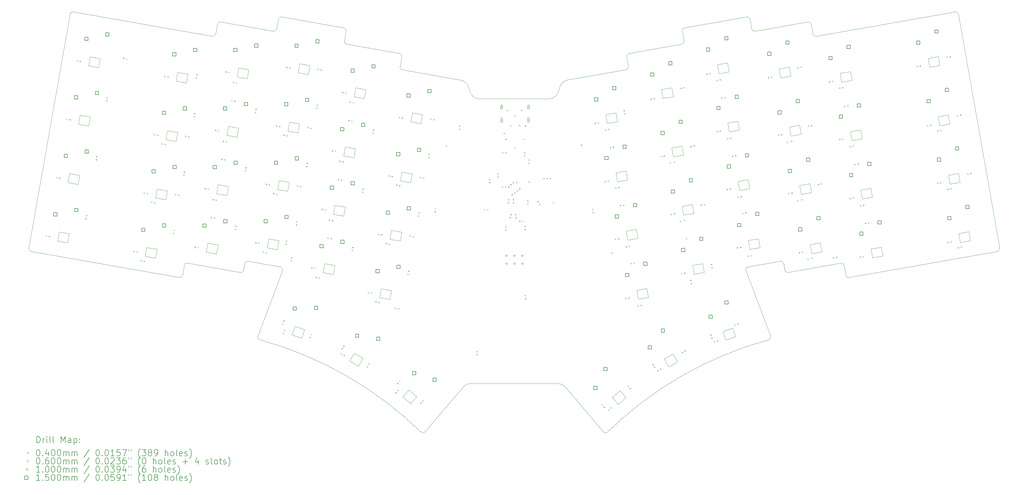
<source format=gbr>
%TF.GenerationSoftware,KiCad,Pcbnew,8.0.0*%
%TF.CreationDate,2024-04-28T13:48:36+02:00*%
%TF.ProjectId,phnx,70686e78-2e6b-4696-9361-645f70636258,A*%
%TF.SameCoordinates,Original*%
%TF.FileFunction,Drillmap*%
%TF.FilePolarity,Positive*%
%FSLAX45Y45*%
G04 Gerber Fmt 4.5, Leading zero omitted, Abs format (unit mm)*
G04 Created by KiCad (PCBNEW 8.0.0) date 2024-04-28 13:48:36*
%MOMM*%
%LPD*%
G01*
G04 APERTURE LIST*
%ADD10C,0.100000*%
%ADD11C,0.050000*%
%ADD12C,0.200000*%
%ADD13C,0.150000*%
G04 APERTURE END LIST*
D10*
X28299496Y-15293967D02*
G75*
G02*
X28380611Y-15178116I98484J17367D01*
G01*
X23733355Y-20462692D02*
X22499720Y-19016205D01*
X29394264Y-14999387D02*
X28380612Y-15178121D01*
X10424362Y-15063379D02*
X12098535Y-15358581D01*
X26267154Y-7630454D02*
G75*
G02*
X26348270Y-7514606I98486J17364D01*
G01*
X31618644Y-15521053D02*
G75*
G02*
X31502798Y-15439937I-17364J98483D01*
G01*
X22316105Y-9493332D02*
G75*
G02*
X21998436Y-9793898I-333245J34052D01*
G01*
X15410950Y-7514608D02*
G75*
G02*
X15492063Y-7630453I-17370J-98482D01*
G01*
X31334858Y-15063379D02*
G75*
G02*
X31450701Y-15144495I17362J-98481D01*
G01*
X13273394Y-7543870D02*
X13325489Y-7248428D01*
X34991265Y-7006041D02*
G75*
G02*
X35107109Y-7087158I17365J-98479D01*
G01*
X24482844Y-8452789D02*
G75*
G02*
X24563959Y-8336942I98476J17369D01*
G01*
X12214381Y-15277465D02*
X12249110Y-15080503D01*
X30275845Y-7329784D02*
G75*
G02*
X30391687Y-7410900I17365J-98476D01*
G01*
X5413499Y-14687542D02*
X10140576Y-15521053D01*
X22316105Y-9493332D02*
G75*
G02*
X22596917Y-9187960I355945J-45518D01*
G01*
X11315435Y-7706342D02*
X11367530Y-7410900D01*
X35107111Y-7087157D02*
X36426837Y-14571696D01*
X18025865Y-20462691D02*
X19260280Y-19015728D01*
X23856948Y-20485692D02*
G75*
G02*
X29028903Y-17518049I8306462J-8485738D01*
G01*
X26238133Y-8041741D02*
X24563960Y-8336943D01*
X28485826Y-7543870D02*
X28433731Y-7248428D01*
X30275845Y-7329784D02*
X28601671Y-7624986D01*
X18025865Y-20462691D02*
G75*
G02*
X17902274Y-20485689I-73515J51481D01*
G01*
X26267154Y-7630454D02*
X26319249Y-7925896D01*
X17195260Y-8336943D02*
G75*
G02*
X17276375Y-8452789I-17360J-98477D01*
G01*
X29088670Y-17389877D02*
G75*
G02*
X29028903Y-17518050I-93970J-34203D01*
G01*
X15492066Y-7630454D02*
X15439971Y-7925896D01*
X23856948Y-20485692D02*
G75*
G02*
X23733353Y-20462693I-50078J74482D01*
G01*
X28317886Y-7167312D02*
G75*
G02*
X28433729Y-7248428I17364J-98478D01*
G01*
X10256422Y-15439937D02*
X10308516Y-15144495D01*
X13273394Y-7543870D02*
G75*
G02*
X13157547Y-7624994I-98484J17360D01*
G01*
X12730317Y-17518048D02*
G75*
G02*
X17902272Y-20485692I-3134509J-11453382D01*
G01*
X6652109Y-7087157D02*
G75*
G02*
X6767955Y-7006040I98481J-17363D01*
G01*
X12730317Y-17518048D02*
G75*
G02*
X12670552Y-17389877I34203J93968D01*
G01*
X11315435Y-7706342D02*
G75*
G02*
X11199588Y-7787465I-98485J17362D01*
G01*
X13459724Y-15293967D02*
X12670550Y-17389877D01*
X17276376Y-8452789D02*
X17224282Y-8748231D01*
X17305398Y-8864077D02*
X19162013Y-9189570D01*
X17305398Y-8864077D02*
G75*
G02*
X17224284Y-8748232I17362J98477D01*
G01*
X19760494Y-9795507D02*
X21998436Y-9793898D01*
X28317886Y-7167312D02*
X26348270Y-7514608D01*
X30443785Y-7706342D02*
X30391690Y-7410900D01*
X10308516Y-15144495D02*
G75*
G02*
X10424362Y-15063376I98484J-17365D01*
G01*
X30559630Y-7787458D02*
G75*
G02*
X30443792Y-7706341I-17360J98478D01*
G01*
X36426837Y-14571696D02*
G75*
G02*
X36345720Y-14687537I-98477J-17364D01*
G01*
X11367530Y-7410900D02*
G75*
G02*
X11483376Y-7329781I98480J-17360D01*
G01*
X10256422Y-15439937D02*
G75*
G02*
X10140576Y-15521052I-98482J17367D01*
G01*
X12214381Y-15277465D02*
G75*
G02*
X12098535Y-15358581I-98481J17365D01*
G01*
X12249110Y-15080503D02*
G75*
G02*
X12364955Y-14999390I98480J-17367D01*
G01*
X29660685Y-15358581D02*
G75*
G02*
X29544839Y-15277465I-17365J98481D01*
G01*
X28601671Y-7624986D02*
G75*
G02*
X28485834Y-7543868I-17362J98476D01*
G01*
X6652109Y-7087157D02*
X5332383Y-14571696D01*
X26319249Y-7925896D02*
G75*
G02*
X26238132Y-8041739I-98479J-17364D01*
G01*
X31334858Y-15063379D02*
X29660685Y-15358581D01*
X6767955Y-7006041D02*
X11199590Y-7787458D01*
X36345721Y-14687542D02*
X31618644Y-15521053D01*
X13325489Y-7248428D02*
G75*
G02*
X13441334Y-7167309I98481J-17362D01*
G01*
X15521087Y-8041741D02*
X17195260Y-8336943D01*
X13378608Y-15178121D02*
G75*
G02*
X13459719Y-15293966I-17368J-98479D01*
G01*
X22288377Y-18920238D02*
G75*
G02*
X22499721Y-19016204I-14557J-312762D01*
G01*
X19760494Y-9795507D02*
G75*
G02*
X19442826Y-9494942I15576J334617D01*
G01*
X15521087Y-8041741D02*
G75*
G02*
X15439969Y-7925895I17363J98481D01*
G01*
X34991265Y-7006041D02*
X30559630Y-7787458D01*
X12364956Y-14999387D02*
X13378608Y-15178121D01*
X31502798Y-15439937D02*
X31450704Y-15144495D01*
X19471623Y-18919762D02*
X22288377Y-18920238D01*
X11483375Y-7329784D02*
X13157548Y-7624986D01*
X29394264Y-14999387D02*
G75*
G02*
X29510112Y-15080503I17366J-98483D01*
G01*
X5413499Y-14687542D02*
G75*
G02*
X5332379Y-14571695I17361J98482D01*
G01*
X19260280Y-19015728D02*
G75*
G02*
X19471623Y-18919762I225900J-216792D01*
G01*
X28299496Y-15293967D02*
X29088670Y-17389877D01*
X24482844Y-8452789D02*
X24534938Y-8748231D01*
X19162013Y-9189570D02*
G75*
G02*
X19442825Y-9494942I-75133J-350890D01*
G01*
X24453822Y-8864077D02*
X22596917Y-9187961D01*
X24534938Y-8748231D02*
G75*
G02*
X24453823Y-8864079I-98478J-17369D01*
G01*
X13441334Y-7167312D02*
X15410950Y-7514608D01*
X29544839Y-15277465D02*
X29510110Y-15080503D01*
D11*
X26965788Y-15360066D02*
X26640801Y-15417370D01*
X26590443Y-15131775D01*
X26915430Y-15074471D01*
X26965788Y-15360066D01*
X15132535Y-15136032D02*
X15082177Y-15421626D01*
X14757190Y-15364322D01*
X14807548Y-15078728D01*
X15132535Y-15136032D01*
X12050128Y-10733899D02*
X11999770Y-11019493D01*
X11674784Y-10962189D01*
X11725142Y-10676595D01*
X12050128Y-10733899D01*
X26111865Y-18221644D02*
X25826077Y-18386644D01*
X25681077Y-18135496D01*
X25966865Y-17970496D01*
X26111865Y-18221644D01*
X28754440Y-14562351D02*
X28429453Y-14619654D01*
X28379095Y-14334060D01*
X28704082Y-14276756D01*
X28754440Y-14562351D01*
X32023402Y-11074258D02*
X31698415Y-11131562D01*
X31648057Y-10845968D01*
X31973044Y-10788664D01*
X32023402Y-11074258D01*
X25177136Y-16157781D02*
X24852150Y-16215085D01*
X24801792Y-15929491D01*
X25126778Y-15872187D01*
X25177136Y-16157781D01*
X35163066Y-12467682D02*
X34838079Y-12524986D01*
X34787721Y-12239391D01*
X35112708Y-12182087D01*
X35163066Y-12467682D01*
X35493432Y-14341278D02*
X35168445Y-14398582D01*
X35118087Y-14112988D01*
X35443074Y-14055684D01*
X35493432Y-14341278D01*
X34833134Y-10596547D02*
X34508148Y-10653851D01*
X34457790Y-10368257D01*
X34782776Y-10310953D01*
X34833134Y-10596547D01*
X12380060Y-8862764D02*
X12329702Y-9148359D01*
X12004715Y-9091055D01*
X12055073Y-8805461D01*
X12380060Y-8862764D01*
X31693470Y-9203124D02*
X31368484Y-9260427D01*
X31318126Y-8974833D01*
X31643112Y-8917529D01*
X31693470Y-9203124D01*
X26631515Y-13464311D02*
X26306529Y-13521615D01*
X26256171Y-13236021D01*
X26581157Y-13178717D01*
X26631515Y-13464311D01*
X16037084Y-18107817D02*
X15892084Y-18358964D01*
X15606296Y-18193964D01*
X15751296Y-17942817D01*
X16037084Y-18107817D01*
X9766579Y-12742886D02*
X9716221Y-13028480D01*
X9391234Y-12971177D01*
X9441592Y-12685582D01*
X9766579Y-12742886D01*
X10426442Y-9000616D02*
X10376084Y-9286211D01*
X10051098Y-9228907D01*
X10101456Y-8943313D01*
X10426442Y-9000616D01*
X27761615Y-8931760D02*
X27436628Y-8989064D01*
X27386270Y-8703470D01*
X27711257Y-8646166D01*
X27761615Y-8931760D01*
X14166480Y-17194968D02*
X14067294Y-17467478D01*
X13757195Y-17354612D01*
X13856381Y-17082101D01*
X14166480Y-17194968D01*
X11720197Y-12605034D02*
X11669839Y-12890628D01*
X11344852Y-12833324D01*
X11395210Y-12547730D01*
X11720197Y-12605034D01*
X25971652Y-9722041D02*
X25646666Y-9779345D01*
X25596308Y-9493751D01*
X25921294Y-9436447D01*
X25971652Y-9722041D01*
X10096511Y-10871751D02*
X10046153Y-11157346D01*
X9721166Y-11100042D01*
X9771524Y-10814447D01*
X10096511Y-10871751D01*
X17605670Y-12195818D02*
X17555312Y-12481413D01*
X17230325Y-12424109D01*
X17280683Y-12138514D01*
X17605670Y-12195818D01*
X16126670Y-9498007D02*
X16076312Y-9783602D01*
X15751326Y-9726298D01*
X15801684Y-9440703D01*
X16126670Y-9498007D01*
X32353333Y-12945393D02*
X32028347Y-13002697D01*
X31977989Y-12717103D01*
X32302975Y-12659799D01*
X32353333Y-12945393D01*
X14003746Y-10596047D02*
X13953388Y-10881641D01*
X13628401Y-10824337D01*
X13678759Y-10538743D01*
X14003746Y-10596047D01*
X29739853Y-9065272D02*
X29414866Y-9122575D01*
X29364508Y-8836981D01*
X29689495Y-8779677D01*
X29739853Y-9065272D01*
X17753703Y-19339717D02*
X17567295Y-19561870D01*
X17314500Y-19349750D01*
X17500909Y-19127597D01*
X17753703Y-19339717D01*
X6959877Y-12247989D02*
X6909519Y-12533583D01*
X6584532Y-12476279D01*
X6634890Y-12190685D01*
X6959877Y-12247989D01*
X13673814Y-12467181D02*
X13623456Y-12752776D01*
X13298470Y-12695472D01*
X13348828Y-12409878D01*
X13673814Y-12467181D01*
X17939942Y-10300064D02*
X17889584Y-10585658D01*
X17564598Y-10528354D01*
X17614956Y-10242760D01*
X17939942Y-10300064D01*
X17275738Y-14066953D02*
X17225380Y-14352548D01*
X16900394Y-14295244D01*
X16950752Y-14009649D01*
X17275738Y-14066953D01*
X32686295Y-14833714D02*
X32361309Y-14891018D01*
X32310951Y-14605423D01*
X32635937Y-14548119D01*
X32686295Y-14833714D01*
X13343883Y-14338316D02*
X13293525Y-14623911D01*
X12968538Y-14566607D01*
X13018896Y-14281013D01*
X13343883Y-14338316D01*
X27970618Y-17414746D02*
X27660519Y-17527613D01*
X27561333Y-17255102D01*
X27871432Y-17142236D01*
X27970618Y-17414746D01*
X7619740Y-8505719D02*
X7569382Y-8791313D01*
X7244396Y-8734009D01*
X7294754Y-8448415D01*
X7619740Y-8505719D01*
X24512932Y-12390891D02*
X24187945Y-12448195D01*
X24137587Y-12162601D01*
X24462574Y-12105297D01*
X24512932Y-12390891D01*
X30732678Y-14695862D02*
X30407691Y-14753166D01*
X30357333Y-14467571D01*
X30682320Y-14410267D01*
X30732678Y-14695862D01*
X24455069Y-19374745D02*
X24202275Y-19586865D01*
X24015866Y-19364712D01*
X24268661Y-19152592D01*
X24455069Y-19374745D01*
X9436648Y-14614020D02*
X9386290Y-14899615D01*
X9061303Y-14842311D01*
X9111661Y-14556717D01*
X9436648Y-14614020D01*
X24842863Y-14262026D02*
X24517877Y-14319330D01*
X24467519Y-14033736D01*
X24792505Y-13976432D01*
X24842863Y-14262026D01*
X15792398Y-11393762D02*
X15742040Y-11679357D01*
X15417053Y-11622053D01*
X15467411Y-11336458D01*
X15792398Y-11393762D01*
X16945807Y-15938088D02*
X16895449Y-16223683D01*
X16570462Y-16166379D01*
X16620820Y-15880784D01*
X16945807Y-15938088D01*
X30068473Y-10928972D02*
X29743487Y-10986276D01*
X29693129Y-10700682D01*
X30018115Y-10643378D01*
X30068473Y-10928972D01*
X11390265Y-14476169D02*
X11339907Y-14761763D01*
X11014921Y-14704459D01*
X11065279Y-14418865D01*
X11390265Y-14476169D01*
X7297195Y-10378156D02*
X7246837Y-10663751D01*
X6921850Y-10606447D01*
X6972208Y-10320852D01*
X7297195Y-10378156D01*
X28090236Y-10795461D02*
X27765249Y-10852765D01*
X27714891Y-10567171D01*
X28039878Y-10509867D01*
X28090236Y-10795461D01*
X14333677Y-8724912D02*
X14283319Y-9010507D01*
X13958333Y-8953203D01*
X14008691Y-8667608D01*
X14333677Y-8724912D01*
X6629945Y-14119123D02*
X6579587Y-14404717D01*
X6254601Y-14347414D01*
X6304959Y-14061819D01*
X6629945Y-14119123D01*
X15462466Y-13264897D02*
X15412108Y-13550491D01*
X15087122Y-13493187D01*
X15137480Y-13207593D01*
X15462466Y-13264897D01*
X26301584Y-11593176D02*
X25976597Y-11650480D01*
X25926239Y-11364886D01*
X26251226Y-11307582D01*
X26301584Y-11593176D01*
X34512264Y-8722871D02*
X34187277Y-8780175D01*
X34136919Y-8494581D01*
X34461906Y-8437277D01*
X34512264Y-8722871D01*
X24184311Y-10527191D02*
X23859325Y-10584495D01*
X23808967Y-10298901D01*
X24133953Y-10241597D01*
X24184311Y-10527191D01*
X30398405Y-12800107D02*
X30073418Y-12857410D01*
X30023060Y-12571816D01*
X30348047Y-12514512D01*
X30398405Y-12800107D01*
X28421478Y-12674030D02*
X28096492Y-12731334D01*
X28046134Y-12445740D01*
X28371120Y-12388436D01*
X28421478Y-12674030D01*
D12*
D10*
X5871946Y-14167003D02*
X5911946Y-14207003D01*
X5911946Y-14167003D02*
X5871946Y-14207003D01*
X5970427Y-14184367D02*
X6010427Y-14224367D01*
X6010427Y-14184367D02*
X5970427Y-14224367D01*
X6201878Y-12295867D02*
X6241878Y-12335867D01*
X6241878Y-12295867D02*
X6201878Y-12335867D01*
X6300359Y-12313233D02*
X6340359Y-12353233D01*
X6340359Y-12313233D02*
X6300359Y-12353233D01*
X6531809Y-10424733D02*
X6571809Y-10464733D01*
X6571809Y-10424733D02*
X6531809Y-10464733D01*
X6630290Y-10442098D02*
X6670290Y-10482098D01*
X6670290Y-10442098D02*
X6630290Y-10482098D01*
X6861741Y-8553598D02*
X6901741Y-8593598D01*
X6901741Y-8553598D02*
X6861741Y-8593598D01*
X6960222Y-8570963D02*
X7000222Y-8610963D01*
X7000222Y-8570963D02*
X6960222Y-8610963D01*
X7136665Y-13617013D02*
X7176665Y-13657013D01*
X7176665Y-13617013D02*
X7136665Y-13657013D01*
X7164610Y-13514584D02*
X7204610Y-13554584D01*
X7204610Y-13514584D02*
X7164610Y-13554584D01*
X7470721Y-11722489D02*
X7510721Y-11762489D01*
X7510721Y-11722489D02*
X7470721Y-11762489D01*
X7488272Y-11624041D02*
X7528272Y-11664041D01*
X7528272Y-11624041D02*
X7488272Y-11664041D01*
X7803257Y-9836582D02*
X7843257Y-9876582D01*
X7843257Y-9836582D02*
X7803257Y-9876582D01*
X7814909Y-9737263D02*
X7854909Y-9777263D01*
X7854909Y-9737263D02*
X7814909Y-9777263D01*
X8350000Y-8470000D02*
X8390000Y-8510000D01*
X8390000Y-8470000D02*
X8350000Y-8510000D01*
X8444474Y-8503529D02*
X8484474Y-8543529D01*
X8484474Y-8503529D02*
X8444474Y-8543529D01*
X8678649Y-14661900D02*
X8718649Y-14701900D01*
X8718649Y-14661900D02*
X8678649Y-14701900D01*
X8777129Y-14679265D02*
X8817129Y-14719265D01*
X8817129Y-14679265D02*
X8777129Y-14719265D01*
X8908678Y-14962207D02*
X8948678Y-15002207D01*
X8948678Y-14962207D02*
X8908678Y-15002207D01*
X9006853Y-14981222D02*
X9046853Y-15021222D01*
X9046853Y-14981222D02*
X9006853Y-15021222D01*
X9008580Y-12790765D02*
X9048580Y-12830765D01*
X9048580Y-12790765D02*
X9008580Y-12830765D01*
X9107061Y-12808130D02*
X9147061Y-12848130D01*
X9147061Y-12808130D02*
X9107061Y-12848130D01*
X9240138Y-13084409D02*
X9280138Y-13124409D01*
X9280138Y-13084409D02*
X9240138Y-13124409D01*
X9337933Y-13105293D02*
X9377933Y-13145293D01*
X9377933Y-13105293D02*
X9337933Y-13145293D01*
X9338512Y-10919630D02*
X9378512Y-10959630D01*
X9378512Y-10919630D02*
X9338512Y-10959630D01*
X9436993Y-10936995D02*
X9476993Y-10976995D01*
X9476993Y-10936995D02*
X9436993Y-10976995D01*
X9577456Y-11214576D02*
X9617456Y-11254576D01*
X9617456Y-11214576D02*
X9577456Y-11254576D01*
X9668443Y-9048495D02*
X9708443Y-9088495D01*
X9708443Y-9048495D02*
X9668443Y-9088495D01*
X9675438Y-11234563D02*
X9715438Y-11274563D01*
X9715438Y-11234563D02*
X9675438Y-11274563D01*
X9766924Y-9065860D02*
X9806924Y-9105860D01*
X9806924Y-9065860D02*
X9766924Y-9105860D01*
X9947709Y-14087290D02*
X9987709Y-14127290D01*
X9987709Y-14087290D02*
X9947709Y-14127290D01*
X9967730Y-13989315D02*
X10007730Y-14029315D01*
X10007730Y-13989315D02*
X9967730Y-14029315D01*
X10007708Y-12840010D02*
X10047708Y-12880010D01*
X10047708Y-12840010D02*
X10007708Y-12880010D01*
X10105959Y-12858630D02*
X10145959Y-12898630D01*
X10145959Y-12858630D02*
X10105959Y-12898630D01*
X10277640Y-12216155D02*
X10317640Y-12256155D01*
X10317640Y-12216155D02*
X10277640Y-12256155D01*
X10295862Y-12117829D02*
X10335862Y-12157829D01*
X10335862Y-12117829D02*
X10295862Y-12157829D01*
X10337639Y-10968875D02*
X10377639Y-11008875D01*
X10377639Y-10968875D02*
X10337639Y-11008875D01*
X10436047Y-10986650D02*
X10476047Y-11026650D01*
X10476047Y-10986650D02*
X10436047Y-11026650D01*
X10607571Y-10345021D02*
X10647571Y-10385021D01*
X10647571Y-10345021D02*
X10607571Y-10385021D01*
X10626086Y-10246749D02*
X10666086Y-10286749D01*
X10666086Y-10246749D02*
X10626086Y-10286749D01*
X10632266Y-14524048D02*
X10672266Y-14564048D01*
X10672266Y-14524048D02*
X10632266Y-14564048D01*
X10674957Y-9099043D02*
X10714957Y-9139043D01*
X10714957Y-9099043D02*
X10674957Y-9139043D01*
X10697669Y-9001656D02*
X10737669Y-9041656D01*
X10737669Y-9001656D02*
X10697669Y-9041656D01*
X10730747Y-14541413D02*
X10770747Y-14581413D01*
X10770747Y-14541413D02*
X10730747Y-14581413D01*
X10962198Y-12652913D02*
X11002198Y-12692913D01*
X11002198Y-12652913D02*
X10962198Y-12692913D01*
X11060679Y-12670278D02*
X11100679Y-12710278D01*
X11100679Y-12670278D02*
X11060679Y-12710278D01*
X11162324Y-13576699D02*
X11202324Y-13616699D01*
X11202324Y-13576699D02*
X11162324Y-13616699D01*
X11212932Y-13001752D02*
X11252932Y-13041752D01*
X11252932Y-13001752D02*
X11212932Y-13041752D01*
X11260805Y-13594064D02*
X11300805Y-13634064D01*
X11300805Y-13594064D02*
X11260805Y-13634064D01*
X11292129Y-10781778D02*
X11332129Y-10821778D01*
X11332129Y-10781778D02*
X11292129Y-10821778D01*
X11311413Y-13019117D02*
X11351413Y-13059117D01*
X11351413Y-13019117D02*
X11311413Y-13059117D01*
X11390610Y-10799143D02*
X11430610Y-10839143D01*
X11430610Y-10799143D02*
X11390610Y-10839143D01*
X11492255Y-11705564D02*
X11532255Y-11745564D01*
X11532255Y-11705564D02*
X11492255Y-11745564D01*
X11542863Y-11130617D02*
X11582863Y-11170617D01*
X11582863Y-11130617D02*
X11542863Y-11170617D01*
X11590737Y-11722929D02*
X11630737Y-11762929D01*
X11630737Y-11722929D02*
X11590737Y-11762929D01*
X11622061Y-8910644D02*
X11662061Y-8950644D01*
X11662061Y-8910644D02*
X11622061Y-8950644D01*
X11641344Y-11147982D02*
X11681344Y-11187982D01*
X11681344Y-11147982D02*
X11641344Y-11187982D01*
X11720541Y-8928009D02*
X11760541Y-8968009D01*
X11760541Y-8928009D02*
X11720541Y-8968009D01*
X11814801Y-9833127D02*
X11854801Y-9873127D01*
X11854801Y-9833127D02*
X11814801Y-9873127D01*
X11859759Y-9247030D02*
X11899759Y-9287030D01*
X11899759Y-9247030D02*
X11859759Y-9287030D01*
X11913282Y-9850492D02*
X11953282Y-9890492D01*
X11953282Y-9850492D02*
X11913282Y-9890492D01*
X11930870Y-13954647D02*
X11970870Y-13994647D01*
X11970870Y-13954647D02*
X11930870Y-13994647D01*
X11944610Y-13854584D02*
X11984610Y-13894584D01*
X11984610Y-13854584D02*
X11944610Y-13894584D01*
X11958090Y-9265228D02*
X11998090Y-9305228D01*
X11998090Y-9265228D02*
X11958090Y-9305228D01*
X12250954Y-12081776D02*
X12290954Y-12121776D01*
X12290954Y-12081776D02*
X12250954Y-12121776D01*
X12268374Y-11983305D02*
X12308374Y-12023305D01*
X12308374Y-11983305D02*
X12268374Y-12023305D01*
X12571037Y-10208905D02*
X12611037Y-10248905D01*
X12611037Y-10208905D02*
X12571037Y-10248905D01*
X12585280Y-10109924D02*
X12625280Y-10149924D01*
X12625280Y-10109924D02*
X12585280Y-10149924D01*
X12585884Y-14386195D02*
X12625884Y-14426195D01*
X12625884Y-14386195D02*
X12585884Y-14426195D01*
X12684365Y-14403560D02*
X12724365Y-14443560D01*
X12724365Y-14403560D02*
X12684365Y-14443560D01*
X12820830Y-14687586D02*
X12860830Y-14727586D01*
X12860830Y-14687586D02*
X12820830Y-14727586D01*
X12915815Y-12515061D02*
X12955815Y-12555061D01*
X12955815Y-12515061D02*
X12915815Y-12555061D01*
X12919136Y-14705917D02*
X12959136Y-14745917D01*
X12959136Y-14705917D02*
X12919136Y-14745917D01*
X13014296Y-12532425D02*
X13054296Y-12572425D01*
X13054296Y-12532425D02*
X13014296Y-12572425D01*
X13152297Y-12809572D02*
X13192297Y-12849572D01*
X13192297Y-12809572D02*
X13152297Y-12849572D01*
X13245747Y-10643926D02*
X13285747Y-10683926D01*
X13285747Y-10643926D02*
X13245747Y-10683926D01*
X13248817Y-12835724D02*
X13288817Y-12875724D01*
X13288817Y-12835724D02*
X13248817Y-12875724D01*
X13344228Y-10661291D02*
X13384228Y-10701291D01*
X13384228Y-10661291D02*
X13344228Y-10701291D01*
X13448937Y-16986852D02*
X13488937Y-17026852D01*
X13488937Y-16986852D02*
X13448937Y-17026852D01*
X13469953Y-17298003D02*
X13509953Y-17338003D01*
X13509953Y-17298003D02*
X13469953Y-17338003D01*
X13482228Y-10938438D02*
X13522228Y-10978438D01*
X13522228Y-10938438D02*
X13482228Y-10978438D01*
X13488334Y-16894939D02*
X13528334Y-16934939D01*
X13528334Y-16894939D02*
X13488334Y-16934939D01*
X13500676Y-17202839D02*
X13540676Y-17242839D01*
X13540676Y-17202839D02*
X13500676Y-17242839D01*
X13543157Y-14428060D02*
X13583157Y-14468060D01*
X13583157Y-14428060D02*
X13543157Y-14468060D01*
X13562225Y-14329895D02*
X13602225Y-14369895D01*
X13602225Y-14329895D02*
X13562225Y-14369895D01*
X13575679Y-8772792D02*
X13615679Y-8812792D01*
X13615679Y-8772792D02*
X13575679Y-8812792D01*
X13580735Y-10955654D02*
X13620735Y-10995654D01*
X13620735Y-10955654D02*
X13580735Y-10995654D01*
X13674159Y-8790156D02*
X13714159Y-8830156D01*
X13714159Y-8790156D02*
X13674159Y-8830156D01*
X13713724Y-14966881D02*
X13753724Y-15006881D01*
X13753724Y-14966881D02*
X13713724Y-15006881D01*
X13731089Y-14868400D02*
X13771089Y-14908400D01*
X13771089Y-14868400D02*
X13731089Y-14908400D01*
X13879564Y-13815927D02*
X13919564Y-13855927D01*
X13919564Y-13815927D02*
X13879564Y-13855927D01*
X13894610Y-13714584D02*
X13934610Y-13754584D01*
X13934610Y-13714584D02*
X13894610Y-13754584D01*
X13919867Y-12565174D02*
X13959867Y-12605174D01*
X13959867Y-12565174D02*
X13919867Y-12605174D01*
X14018422Y-12582115D02*
X14058422Y-12622115D01*
X14058422Y-12582115D02*
X14018422Y-12622115D01*
X14209495Y-11944792D02*
X14249495Y-11984792D01*
X14249495Y-11944792D02*
X14209495Y-11984792D01*
X14228014Y-11846521D02*
X14268014Y-11886521D01*
X14268014Y-11846521D02*
X14228014Y-11886521D01*
X14249799Y-10694039D02*
X14289799Y-10734039D01*
X14289799Y-10694039D02*
X14249799Y-10734039D01*
X14324610Y-17424584D02*
X14364610Y-17464584D01*
X14364610Y-17424584D02*
X14324610Y-17464584D01*
X14347531Y-10715217D02*
X14387531Y-10755217D01*
X14387531Y-10715217D02*
X14347531Y-10755217D01*
X14364010Y-17325637D02*
X14404010Y-17365637D01*
X14404010Y-17325637D02*
X14364010Y-17365637D01*
X14374535Y-15183911D02*
X14414535Y-15223911D01*
X14414535Y-15183911D02*
X14374535Y-15223911D01*
X14473017Y-15201276D02*
X14513017Y-15241276D01*
X14513017Y-15201276D02*
X14473017Y-15241276D01*
X14515052Y-15490409D02*
X14555052Y-15530409D01*
X14555052Y-15490409D02*
X14515052Y-15530409D01*
X14539427Y-10073658D02*
X14579427Y-10113658D01*
X14579427Y-10073658D02*
X14539427Y-10113658D01*
X14556230Y-9975079D02*
X14596230Y-10015079D01*
X14596230Y-9975079D02*
X14556230Y-10015079D01*
X14579730Y-8822904D02*
X14619730Y-8862904D01*
X14619730Y-8822904D02*
X14579730Y-8862904D01*
X14612849Y-15511284D02*
X14652849Y-15551284D01*
X14652849Y-15511284D02*
X14612849Y-15551284D01*
X14677218Y-8845180D02*
X14717218Y-8885180D01*
X14717218Y-8845180D02*
X14677218Y-8885180D01*
X14704467Y-13312776D02*
X14744467Y-13352776D01*
X14744467Y-13312776D02*
X14704467Y-13352776D01*
X14802948Y-13330141D02*
X14842948Y-13370141D01*
X14842948Y-13330141D02*
X14802948Y-13370141D01*
X14893877Y-14239749D02*
X14933877Y-14279749D01*
X14933877Y-14239749D02*
X14893877Y-14279749D01*
X14938835Y-13653652D02*
X14978835Y-13693652D01*
X14978835Y-13653652D02*
X14938835Y-13693652D01*
X14992358Y-14257114D02*
X15032358Y-14297114D01*
X15032358Y-14257114D02*
X14992358Y-14297114D01*
X15034398Y-11441641D02*
X15074398Y-11481641D01*
X15074398Y-11441641D02*
X15034398Y-11481641D01*
X15040000Y-13680000D02*
X15080000Y-13720000D01*
X15080000Y-13680000D02*
X15040000Y-13720000D01*
X15132880Y-11459006D02*
X15172880Y-11499006D01*
X15172880Y-11459006D02*
X15132880Y-11499006D01*
X15225545Y-12358767D02*
X15265545Y-12398767D01*
X15265545Y-12358767D02*
X15225545Y-12398767D01*
X15270503Y-11772670D02*
X15310503Y-11812670D01*
X15310503Y-11772670D02*
X15270503Y-11812670D01*
X15324026Y-12376132D02*
X15364026Y-12416132D01*
X15364026Y-12376132D02*
X15324026Y-12416132D01*
X15325252Y-17950424D02*
X15365252Y-17990424D01*
X15365252Y-17950424D02*
X15325252Y-17990424D01*
X15349437Y-17783714D02*
X15389437Y-17823714D01*
X15389437Y-17783714D02*
X15349437Y-17823714D01*
X15364330Y-9570507D02*
X15404330Y-9610507D01*
X15404330Y-9570507D02*
X15364330Y-9610507D01*
X15370000Y-11790000D02*
X15410000Y-11830000D01*
X15410000Y-11790000D02*
X15370000Y-11830000D01*
X15400275Y-17697600D02*
X15440275Y-17737600D01*
X15440275Y-17697600D02*
X15400275Y-17737600D01*
X15413188Y-17998040D02*
X15453188Y-18038040D01*
X15453188Y-17998040D02*
X15413188Y-18038040D01*
X15462811Y-9587872D02*
X15502811Y-9627872D01*
X15502811Y-9587872D02*
X15462811Y-9627872D01*
X15558950Y-10467936D02*
X15598950Y-10507936D01*
X15598950Y-10467936D02*
X15558950Y-10507936D01*
X15603908Y-9881839D02*
X15643908Y-9921839D01*
X15643908Y-9881839D02*
X15603908Y-9921839D01*
X15657431Y-10485301D02*
X15697431Y-10525301D01*
X15697431Y-10485301D02*
X15657431Y-10525301D01*
X15668798Y-14639131D02*
X15708798Y-14679131D01*
X15708798Y-14639131D02*
X15668798Y-14679131D01*
X15685293Y-14540500D02*
X15725293Y-14580500D01*
X15725293Y-14540500D02*
X15685293Y-14580500D01*
X15710000Y-9900000D02*
X15750000Y-9940000D01*
X15750000Y-9900000D02*
X15710000Y-9940000D01*
X15998730Y-12767996D02*
X16038730Y-12807996D01*
X16038730Y-12767996D02*
X15998730Y-12807996D01*
X16017432Y-12669760D02*
X16057432Y-12709760D01*
X16057432Y-12669760D02*
X16017432Y-12709760D01*
X16151513Y-18363719D02*
X16191513Y-18403719D01*
X16191513Y-18363719D02*
X16151513Y-18403719D01*
X16187807Y-15985967D02*
X16227807Y-16025967D01*
X16227807Y-15985967D02*
X16187807Y-16025967D01*
X16206267Y-18280041D02*
X16246267Y-18320041D01*
X16246267Y-18280041D02*
X16206267Y-18320041D01*
X16286288Y-16003332D02*
X16326288Y-16043332D01*
X16326288Y-16003332D02*
X16286288Y-16043332D01*
X16333003Y-10872241D02*
X16373003Y-10912241D01*
X16373003Y-10872241D02*
X16333003Y-10912241D01*
X16346130Y-10773106D02*
X16386130Y-10813106D01*
X16386130Y-10773106D02*
X16346130Y-10813106D01*
X16429214Y-16281347D02*
X16469214Y-16321347D01*
X16469214Y-16281347D02*
X16429214Y-16321347D01*
X16517739Y-14114833D02*
X16557739Y-14154833D01*
X16557739Y-14114833D02*
X16517739Y-14154833D01*
X16526373Y-16305013D02*
X16566373Y-16345013D01*
X16566373Y-16305013D02*
X16526373Y-16345013D01*
X16616220Y-14132197D02*
X16656220Y-14172197D01*
X16656220Y-14132197D02*
X16616220Y-14172197D01*
X16759145Y-14410212D02*
X16799145Y-14450212D01*
X16799145Y-14410212D02*
X16759145Y-14450212D01*
X16847670Y-12243698D02*
X16887670Y-12283698D01*
X16887670Y-12243698D02*
X16847670Y-12283698D01*
X16856038Y-14434948D02*
X16896038Y-14474948D01*
X16896038Y-14434948D02*
X16856038Y-14474948D01*
X16946152Y-12261062D02*
X16986152Y-12301062D01*
X16986152Y-12261062D02*
X16946152Y-12301062D01*
X17061783Y-16480343D02*
X17101783Y-16520343D01*
X17101783Y-16480343D02*
X17061783Y-16520343D01*
X17071619Y-19190972D02*
X17111619Y-19230972D01*
X17111619Y-19190972D02*
X17071619Y-19230972D01*
X17089077Y-12539078D02*
X17129077Y-12579078D01*
X17129077Y-12539078D02*
X17089077Y-12579078D01*
X17122782Y-18898589D02*
X17162782Y-18938589D01*
X17162782Y-18898589D02*
X17122782Y-18938589D01*
X17135556Y-19114082D02*
X17175556Y-19154082D01*
X17175556Y-19114082D02*
X17135556Y-19154082D01*
X17160101Y-16498609D02*
X17200101Y-16538609D01*
X17200101Y-16498609D02*
X17160101Y-16538609D01*
X17177602Y-10372563D02*
X17217602Y-10412563D01*
X17217602Y-10372563D02*
X17177602Y-10412563D01*
X17187034Y-12559187D02*
X17227034Y-12599187D01*
X17227034Y-12559187D02*
X17187034Y-12599187D01*
X17191081Y-18825547D02*
X17231081Y-18865547D01*
X17231081Y-18825547D02*
X17191081Y-18865547D01*
X17276083Y-10389928D02*
X17316083Y-10429928D01*
X17316083Y-10389928D02*
X17276083Y-10429928D01*
X17459255Y-15397816D02*
X17499255Y-15437816D01*
X17499255Y-15397816D02*
X17459255Y-15437816D01*
X17479776Y-15299944D02*
X17519776Y-15339944D01*
X17519776Y-15299944D02*
X17479776Y-15339944D01*
X17526715Y-14165814D02*
X17566715Y-14205814D01*
X17566715Y-14165814D02*
X17526715Y-14205814D01*
X17623933Y-14189240D02*
X17663933Y-14229240D01*
X17663933Y-14189240D02*
X17623933Y-14229240D01*
X17789187Y-13526681D02*
X17829187Y-13566681D01*
X17829187Y-13526681D02*
X17789187Y-13566681D01*
X17807650Y-13428400D02*
X17847650Y-13468400D01*
X17847650Y-13428400D02*
X17807650Y-13468400D01*
X17856647Y-12294679D02*
X17896647Y-12334679D01*
X17896647Y-12294679D02*
X17856647Y-12334679D01*
X17864933Y-19527010D02*
X17904933Y-19567010D01*
X17904933Y-19527010D02*
X17864933Y-19567010D01*
X17934351Y-19455030D02*
X17974351Y-19495030D01*
X17974351Y-19455030D02*
X17934351Y-19495030D01*
X17955218Y-12311523D02*
X17995218Y-12351523D01*
X17995218Y-12311523D02*
X17955218Y-12351523D01*
X18119118Y-11655547D02*
X18159118Y-11695547D01*
X18159118Y-11655547D02*
X18119118Y-11695547D01*
X18137912Y-11557328D02*
X18177912Y-11597328D01*
X18177912Y-11557328D02*
X18137912Y-11597328D01*
X18186578Y-10423544D02*
X18226578Y-10463544D01*
X18226578Y-10423544D02*
X18186578Y-10463544D01*
X18285287Y-10439562D02*
X18325287Y-10479562D01*
X18325287Y-10439562D02*
X18285287Y-10479562D01*
X18324610Y-13394584D02*
X18364610Y-13434584D01*
X18364610Y-13394584D02*
X18324610Y-13434584D01*
X18334610Y-13294584D02*
X18374610Y-13334584D01*
X18374610Y-13294584D02*
X18334610Y-13334584D01*
X18684610Y-11274584D02*
X18724610Y-11314584D01*
X18724610Y-11274584D02*
X18684610Y-11314584D01*
X19110000Y-10640000D02*
X19150000Y-10680000D01*
X19150000Y-10640000D02*
X19110000Y-10680000D01*
X19110000Y-10750000D02*
X19150000Y-10790000D01*
X19150000Y-10750000D02*
X19110000Y-10790000D01*
X19664610Y-17871266D02*
X19704610Y-17911266D01*
X19704610Y-17871266D02*
X19664610Y-17911266D01*
X19664610Y-17971267D02*
X19704610Y-18011267D01*
X19704610Y-17971267D02*
X19664610Y-18011267D01*
X19900000Y-13329584D02*
X19940000Y-13369584D01*
X19940000Y-13329584D02*
X19900000Y-13369584D01*
X20010000Y-13329584D02*
X20050000Y-13369584D01*
X20050000Y-13329584D02*
X20010000Y-13369584D01*
X20070557Y-12357317D02*
X20110557Y-12397317D01*
X20110557Y-12357317D02*
X20070557Y-12397317D01*
X20070779Y-12457317D02*
X20110779Y-12497317D01*
X20110779Y-12457317D02*
X20070779Y-12497317D01*
X20334610Y-12174583D02*
X20374610Y-12214583D01*
X20374610Y-12174583D02*
X20334610Y-12214583D01*
X20334610Y-12274584D02*
X20374610Y-12314584D01*
X20374610Y-12274584D02*
X20334610Y-12314584D01*
X20479610Y-12595664D02*
X20519610Y-12635664D01*
X20519610Y-12595664D02*
X20479610Y-12635664D01*
X20489617Y-11498268D02*
X20529617Y-11538268D01*
X20529617Y-11498268D02*
X20489617Y-11538268D01*
X20540000Y-10880000D02*
X20580000Y-10920000D01*
X20580000Y-10880000D02*
X20540000Y-10920000D01*
X20579610Y-12595664D02*
X20619610Y-12635664D01*
X20619610Y-12595664D02*
X20579610Y-12635664D01*
X20589610Y-11499486D02*
X20629610Y-11539486D01*
X20629610Y-11499486D02*
X20589610Y-11539486D01*
X20589610Y-13875664D02*
X20629610Y-13915664D01*
X20629610Y-13875664D02*
X20589610Y-13915664D01*
X20589610Y-13975665D02*
X20629610Y-14015665D01*
X20629610Y-13975665D02*
X20589610Y-14015665D01*
X20600000Y-11070000D02*
X20640000Y-11110000D01*
X20640000Y-11070000D02*
X20600000Y-11110000D01*
X20640000Y-10140000D02*
X20680000Y-10180000D01*
X20680000Y-10140000D02*
X20640000Y-10180000D01*
X20674610Y-13004583D02*
X20714610Y-13044583D01*
X20714610Y-13004583D02*
X20674610Y-13044583D01*
X20674610Y-13104584D02*
X20714610Y-13144584D01*
X20714610Y-13104584D02*
X20674610Y-13144584D01*
X20679610Y-12595664D02*
X20719610Y-12635664D01*
X20719610Y-12595664D02*
X20679610Y-12635664D01*
X20730356Y-13581598D02*
X20770356Y-13621598D01*
X20770356Y-13581598D02*
X20730356Y-13621598D01*
X20740000Y-10630000D02*
X20780000Y-10670000D01*
X20780000Y-10630000D02*
X20740000Y-10670000D01*
X20752110Y-12524953D02*
X20792110Y-12564953D01*
X20792110Y-12524953D02*
X20752110Y-12564953D01*
X20754610Y-13484584D02*
X20794610Y-13524584D01*
X20794610Y-13484584D02*
X20754610Y-13524584D01*
X20794709Y-12847726D02*
X20834709Y-12887726D01*
X20834709Y-12847726D02*
X20794709Y-12887726D01*
X20828034Y-12459872D02*
X20868034Y-12499872D01*
X20868034Y-12459872D02*
X20828034Y-12499872D01*
X20831577Y-13001550D02*
X20871577Y-13041550D01*
X20871577Y-13001550D02*
X20831577Y-13041550D01*
X20834610Y-13104584D02*
X20874610Y-13144584D01*
X20874610Y-13104584D02*
X20834610Y-13144584D01*
X20876091Y-12789615D02*
X20916091Y-12829615D01*
X20916091Y-12789615D02*
X20876091Y-12829615D01*
X20880000Y-10320000D02*
X20920000Y-10360000D01*
X20920000Y-10320000D02*
X20880000Y-10360000D01*
X20890000Y-11340000D02*
X20930000Y-11380000D01*
X20930000Y-11340000D02*
X20890000Y-11380000D01*
X20904610Y-13479584D02*
X20944610Y-13519584D01*
X20944610Y-13479584D02*
X20904610Y-13519584D01*
X20914610Y-13584584D02*
X20954610Y-13624584D01*
X20954610Y-13584584D02*
X20914610Y-13624584D01*
X20934610Y-12454584D02*
X20974610Y-12494584D01*
X20974610Y-12454584D02*
X20934610Y-12494584D01*
X20951541Y-12723985D02*
X20991541Y-12763985D01*
X20991541Y-12723985D02*
X20951541Y-12763985D01*
X21032855Y-10626661D02*
X21072855Y-10666661D01*
X21072855Y-10626661D02*
X21032855Y-10666661D01*
X21034610Y-12654584D02*
X21074610Y-12694584D01*
X21074610Y-12654584D02*
X21034610Y-12694584D01*
X21034677Y-13697017D02*
X21074677Y-13737017D01*
X21074677Y-13697017D02*
X21034677Y-13737017D01*
X21100000Y-10140000D02*
X21140000Y-10180000D01*
X21140000Y-10140000D02*
X21100000Y-10180000D01*
X21137110Y-13694584D02*
X21177110Y-13734584D01*
X21177110Y-13694584D02*
X21137110Y-13734584D01*
X21170000Y-11070000D02*
X21210000Y-11110000D01*
X21210000Y-11070000D02*
X21170000Y-11110000D01*
X21189606Y-11599486D02*
X21229606Y-11639486D01*
X21229606Y-11599486D02*
X21189606Y-11639486D01*
X21189610Y-11499486D02*
X21229610Y-11539486D01*
X21229610Y-11499486D02*
X21189610Y-11539486D01*
X21209610Y-13865664D02*
X21249610Y-13905664D01*
X21249610Y-13865664D02*
X21209610Y-13905664D01*
X21209610Y-13965664D02*
X21249610Y-14005664D01*
X21249610Y-13965664D02*
X21209610Y-14005664D01*
X21219634Y-16080000D02*
X21259634Y-16120000D01*
X21259634Y-16080000D02*
X21219634Y-16120000D01*
X21220000Y-10640000D02*
X21260000Y-10680000D01*
X21260000Y-10640000D02*
X21220000Y-10680000D01*
X21220041Y-16179999D02*
X21260041Y-16219999D01*
X21260041Y-16179999D02*
X21220041Y-16219999D01*
X21294610Y-13044584D02*
X21334610Y-13084584D01*
X21334610Y-13044584D02*
X21294610Y-13084584D01*
X21294610Y-13144584D02*
X21334610Y-13184584D01*
X21334610Y-13144584D02*
X21294610Y-13184584D01*
X21329610Y-11835664D02*
X21369610Y-11875664D01*
X21369610Y-11835664D02*
X21329610Y-11875664D01*
X21334610Y-11734584D02*
X21374610Y-11774584D01*
X21374610Y-11734584D02*
X21334610Y-11774584D01*
X21334610Y-12434584D02*
X21374610Y-12474584D01*
X21374610Y-12434584D02*
X21334610Y-12474584D01*
X21619825Y-13072007D02*
X21659825Y-13112007D01*
X21659825Y-13072007D02*
X21619825Y-13112007D01*
X21674610Y-13155664D02*
X21714610Y-13195664D01*
X21714610Y-13155664D02*
X21674610Y-13195664D01*
X21809610Y-12325664D02*
X21849610Y-12365664D01*
X21849610Y-12325664D02*
X21809610Y-12365664D01*
X21909603Y-12324469D02*
X21949603Y-12364469D01*
X21949603Y-12324469D02*
X21909603Y-12364469D01*
X22009590Y-12322831D02*
X22049590Y-12362831D01*
X22049590Y-12322831D02*
X22009590Y-12362831D01*
X22110000Y-13110000D02*
X22150000Y-13150000D01*
X22150000Y-13110000D02*
X22110000Y-13150000D01*
X23014610Y-11254584D02*
X23054610Y-11294584D01*
X23054610Y-11254584D02*
X23014610Y-11294584D01*
X23374610Y-13314584D02*
X23414610Y-13354584D01*
X23414610Y-13314584D02*
X23374610Y-13354584D01*
X23394610Y-13414584D02*
X23434610Y-13454584D01*
X23434610Y-13414584D02*
X23394610Y-13454584D01*
X23446707Y-10554979D02*
X23486707Y-10594979D01*
X23486707Y-10554979D02*
X23446707Y-10594979D01*
X23545188Y-10537614D02*
X23585188Y-10577614D01*
X23585188Y-10537614D02*
X23545188Y-10577614D01*
X23675477Y-19577874D02*
X23715477Y-19617874D01*
X23715477Y-19577874D02*
X23675477Y-19617874D01*
X23741035Y-19653387D02*
X23781035Y-19693387D01*
X23781035Y-19653387D02*
X23741035Y-19693387D01*
X23776639Y-12426113D02*
X23816639Y-12466113D01*
X23816639Y-12426113D02*
X23776639Y-12466113D01*
X23784111Y-10769650D02*
X23824111Y-10809650D01*
X23824111Y-10769650D02*
X23784111Y-10809650D01*
X23873745Y-19744262D02*
X23913745Y-19784262D01*
X23913745Y-19744262D02*
X23873745Y-19784262D01*
X23875120Y-12408749D02*
X23915120Y-12448749D01*
X23915120Y-12408749D02*
X23875120Y-12448749D01*
X23882107Y-10749729D02*
X23922107Y-10789729D01*
X23922107Y-10749729D02*
X23882107Y-10789729D01*
X23942981Y-11339174D02*
X23982981Y-11379174D01*
X23982981Y-11339174D02*
X23942981Y-11379174D01*
X23948416Y-19677746D02*
X23988416Y-19717746D01*
X23988416Y-19677746D02*
X23948416Y-19717746D01*
X23994610Y-14714584D02*
X24034610Y-14754584D01*
X24034610Y-14714584D02*
X23994610Y-14754584D01*
X24040802Y-11318414D02*
X24080802Y-11358414D01*
X24080802Y-11318414D02*
X24040802Y-11358414D01*
X24102229Y-14272628D02*
X24142229Y-14312628D01*
X24142229Y-14272628D02*
X24102229Y-14312628D01*
X24112306Y-12630937D02*
X24152306Y-12670937D01*
X24152306Y-12630937D02*
X24112306Y-12670937D01*
X24200710Y-14255263D02*
X24240710Y-14295263D01*
X24240710Y-14255263D02*
X24200710Y-14295263D01*
X24210389Y-12611449D02*
X24250389Y-12651449D01*
X24250389Y-12611449D02*
X24210389Y-12651449D01*
X24264610Y-13194584D02*
X24304610Y-13234584D01*
X24304610Y-13194584D02*
X24264610Y-13234584D01*
X24368997Y-13179700D02*
X24408997Y-13219700D01*
X24408997Y-13179700D02*
X24368997Y-13219700D01*
X24380000Y-10150000D02*
X24420000Y-10190000D01*
X24420000Y-10150000D02*
X24380000Y-10190000D01*
X24400000Y-10250000D02*
X24440000Y-10290000D01*
X24440000Y-10250000D02*
X24400000Y-10290000D01*
X24436502Y-16168383D02*
X24476502Y-16208383D01*
X24476502Y-16168383D02*
X24436502Y-16208383D01*
X24445710Y-14521768D02*
X24485710Y-14561768D01*
X24485710Y-14521768D02*
X24445710Y-14561768D01*
X24507521Y-18990213D02*
X24547521Y-19030213D01*
X24547521Y-18990213D02*
X24507521Y-19030213D01*
X24534983Y-16151018D02*
X24574983Y-16191018D01*
X24574983Y-16151018D02*
X24534983Y-16191018D01*
X24544610Y-14504584D02*
X24584610Y-14544584D01*
X24584610Y-14504584D02*
X24544610Y-14544584D01*
X24576597Y-19062522D02*
X24616597Y-19102522D01*
X24616597Y-19062522D02*
X24576597Y-19102522D01*
X24600726Y-15055157D02*
X24640726Y-15095157D01*
X24640726Y-15055157D02*
X24600726Y-15095157D01*
X24699654Y-15040553D02*
X24739654Y-15080553D01*
X24739654Y-15040553D02*
X24699654Y-15080553D01*
X24825327Y-16415917D02*
X24865327Y-16455917D01*
X24865327Y-16415917D02*
X24825327Y-16455917D01*
X24924610Y-16394584D02*
X24964610Y-16434584D01*
X24964610Y-16394584D02*
X24924610Y-16434584D01*
X25239700Y-9781884D02*
X25279700Y-9821884D01*
X25279700Y-9781884D02*
X25239700Y-9821884D01*
X25298608Y-18290294D02*
X25338608Y-18330294D01*
X25338608Y-18290294D02*
X25298608Y-18330294D01*
X25338181Y-9764519D02*
X25378181Y-9804519D01*
X25378181Y-9764519D02*
X25338181Y-9804519D01*
X25353362Y-18373972D02*
X25393362Y-18413972D01*
X25393362Y-18373972D02*
X25353362Y-18413972D01*
X25461879Y-18492034D02*
X25501879Y-18532034D01*
X25501879Y-18492034D02*
X25461879Y-18532034D01*
X25547992Y-18441196D02*
X25587992Y-18481196D01*
X25587992Y-18441196D02*
X25547992Y-18481196D01*
X25565291Y-11628398D02*
X25605291Y-11668398D01*
X25605291Y-11628398D02*
X25565291Y-11668398D01*
X25663771Y-11611033D02*
X25703771Y-11651033D01*
X25703771Y-11611033D02*
X25663771Y-11651033D01*
X25856587Y-11826686D02*
X25896587Y-11866686D01*
X25896587Y-11826686D02*
X25856587Y-11866686D01*
X25890881Y-13474913D02*
X25930881Y-13514913D01*
X25930881Y-13474913D02*
X25890881Y-13514913D01*
X25989362Y-13457548D02*
X26029362Y-13497548D01*
X26029362Y-13457548D02*
X25989362Y-13497548D01*
X25993853Y-11791456D02*
X26033853Y-11831456D01*
X26033853Y-11791456D02*
X25993853Y-11831456D01*
X26176587Y-13696686D02*
X26216587Y-13736686D01*
X26216587Y-13696686D02*
X26176587Y-13736686D01*
X26201506Y-9434592D02*
X26241506Y-9474592D01*
X26241506Y-9434592D02*
X26201506Y-9474592D01*
X26225154Y-15370668D02*
X26265154Y-15410668D01*
X26265154Y-15370668D02*
X26225154Y-15410668D01*
X26244946Y-17901979D02*
X26284946Y-17941979D01*
X26284946Y-17901979D02*
X26244946Y-17941979D01*
X26304610Y-9414584D02*
X26344610Y-9454584D01*
X26344610Y-9414584D02*
X26304610Y-9454584D01*
X26313639Y-13664603D02*
X26353639Y-13704603D01*
X26353639Y-13664603D02*
X26313639Y-13704603D01*
X26323635Y-15353303D02*
X26363635Y-15393303D01*
X26363635Y-15353303D02*
X26323635Y-15393303D01*
X26331060Y-17851141D02*
X26371060Y-17891141D01*
X26371060Y-17851141D02*
X26331060Y-17891141D01*
X26374610Y-14254584D02*
X26414610Y-14294584D01*
X26414610Y-14254584D02*
X26374610Y-14294584D01*
X26513317Y-15594022D02*
X26553317Y-15634022D01*
X26553317Y-15594022D02*
X26513317Y-15634022D01*
X26521589Y-11307463D02*
X26561589Y-11347463D01*
X26561589Y-11307463D02*
X26521589Y-11347463D01*
X26534610Y-15694584D02*
X26574610Y-15734584D01*
X26574610Y-15694584D02*
X26534610Y-15734584D01*
X26617996Y-11280895D02*
X26657996Y-11320895D01*
X26657996Y-11280895D02*
X26617996Y-11320895D01*
X26851521Y-13178598D02*
X26891521Y-13218598D01*
X26891521Y-13178598D02*
X26851521Y-13218598D01*
X26950407Y-13163711D02*
X26990407Y-13203711D01*
X26990407Y-13163711D02*
X26950407Y-13203711D01*
X27028352Y-8984168D02*
X27068352Y-9024168D01*
X27068352Y-8984168D02*
X27028352Y-9024168D01*
X27126833Y-8966804D02*
X27166833Y-9006804D01*
X27166833Y-8966804D02*
X27126833Y-9006804D01*
X27156904Y-17346374D02*
X27196904Y-17386374D01*
X27196904Y-17346374D02*
X27156904Y-17386374D01*
X27174352Y-15081447D02*
X27214352Y-15121447D01*
X27214352Y-15081447D02*
X27174352Y-15121447D01*
X27189244Y-17441000D02*
X27229244Y-17481000D01*
X27229244Y-17441000D02*
X27189244Y-17481000D01*
X27192536Y-15179780D02*
X27232536Y-15219780D01*
X27232536Y-15179780D02*
X27192536Y-15219780D01*
X27271336Y-17558291D02*
X27311336Y-17598291D01*
X27311336Y-17558291D02*
X27271336Y-17598291D01*
X27353303Y-9185805D02*
X27393303Y-9225805D01*
X27393303Y-9185805D02*
X27353303Y-9225805D01*
X27353943Y-10830683D02*
X27393943Y-10870683D01*
X27393943Y-10830683D02*
X27353943Y-10870683D01*
X27367651Y-17531394D02*
X27407651Y-17571394D01*
X27407651Y-17531394D02*
X27367651Y-17571394D01*
X27452423Y-10813318D02*
X27492423Y-10853318D01*
X27492423Y-10813318D02*
X27452423Y-10853318D01*
X27454610Y-9164584D02*
X27494610Y-9204584D01*
X27494610Y-9164584D02*
X27454610Y-9204584D01*
X27504610Y-9754584D02*
X27544610Y-9794584D01*
X27544610Y-9754584D02*
X27504610Y-9794584D01*
X27609994Y-9734568D02*
X27649994Y-9774568D01*
X27649994Y-9734568D02*
X27609994Y-9774568D01*
X27679533Y-12677197D02*
X27719533Y-12717197D01*
X27719533Y-12677197D02*
X27679533Y-12717197D01*
X27691346Y-11045355D02*
X27731346Y-11085355D01*
X27731346Y-11045355D02*
X27691346Y-11085355D01*
X27778014Y-12659832D02*
X27818014Y-12699832D01*
X27818014Y-12659832D02*
X27778014Y-12699832D01*
X27790520Y-11032526D02*
X27830520Y-11072526D01*
X27830520Y-11032526D02*
X27790520Y-11072526D01*
X27850917Y-11617943D02*
X27890917Y-11657943D01*
X27890917Y-11617943D02*
X27850917Y-11657943D01*
X27928469Y-17026336D02*
X27968469Y-17066336D01*
X27968469Y-17026336D02*
X27928469Y-17066336D01*
X27948037Y-11594118D02*
X27988037Y-11634118D01*
X27988037Y-11594118D02*
X27948037Y-11634118D01*
X28009464Y-14548332D02*
X28049464Y-14588332D01*
X28049464Y-14548332D02*
X28009464Y-14588332D01*
X28022298Y-16991750D02*
X28062298Y-17031750D01*
X28062298Y-16991750D02*
X28022298Y-17031750D01*
X28023014Y-12926338D02*
X28063014Y-12966338D01*
X28063014Y-12926338D02*
X28023014Y-12966338D01*
X28107945Y-14530967D02*
X28147945Y-14570967D01*
X28147945Y-14530967D02*
X28107945Y-14570967D01*
X28124610Y-12914584D02*
X28164610Y-12954584D01*
X28164610Y-12914584D02*
X28124610Y-12954584D01*
X28175373Y-13444768D02*
X28215373Y-13484768D01*
X28215373Y-13444768D02*
X28175373Y-13484768D01*
X28273485Y-13425426D02*
X28313485Y-13465426D01*
X28313485Y-13425426D02*
X28273485Y-13465426D01*
X28361502Y-14817584D02*
X28401502Y-14857584D01*
X28401502Y-14817584D02*
X28361502Y-14857584D01*
X28460542Y-14803755D02*
X28500542Y-14843755D01*
X28500542Y-14803755D02*
X28460542Y-14843755D01*
X29002249Y-9093059D02*
X29042249Y-9133059D01*
X29042249Y-9093059D02*
X29002249Y-9133059D01*
X29100730Y-9075694D02*
X29140730Y-9115694D01*
X29140730Y-9075694D02*
X29100730Y-9115694D01*
X29327839Y-10939574D02*
X29367839Y-10979574D01*
X29367839Y-10939574D02*
X29327839Y-10979574D01*
X29426320Y-10922209D02*
X29466320Y-10962209D01*
X29466320Y-10922209D02*
X29426320Y-10962209D01*
X29606587Y-11166686D02*
X29646587Y-11206686D01*
X29646587Y-11166686D02*
X29606587Y-11206686D01*
X29657771Y-12810708D02*
X29697771Y-12850708D01*
X29697771Y-12810708D02*
X29657771Y-12850708D01*
X29745679Y-11130217D02*
X29785679Y-11170217D01*
X29785679Y-11130217D02*
X29745679Y-11170217D01*
X29756252Y-12793343D02*
X29796252Y-12833343D01*
X29796252Y-12793343D02*
X29756252Y-12833343D01*
X29936587Y-13036686D02*
X29976587Y-13076686D01*
X29976587Y-13036686D02*
X29936587Y-13076686D01*
X29953623Y-8772992D02*
X29993623Y-8812992D01*
X29993623Y-8772992D02*
X29953623Y-8812992D01*
X29992043Y-14706463D02*
X30032043Y-14746463D01*
X30032043Y-14706463D02*
X29992043Y-14746463D01*
X30054610Y-8754584D02*
X30094610Y-8794584D01*
X30094610Y-8754584D02*
X30054610Y-8794584D01*
X30075897Y-13000992D02*
X30115897Y-13040992D01*
X30115897Y-13000992D02*
X30075897Y-13040992D01*
X30090524Y-14689098D02*
X30130524Y-14729098D01*
X30130524Y-14689098D02*
X30090524Y-14729098D01*
X30266587Y-14916686D02*
X30306587Y-14956686D01*
X30306587Y-14916686D02*
X30266587Y-14956686D01*
X30283555Y-10644127D02*
X30323555Y-10684127D01*
X30323555Y-10644127D02*
X30283555Y-10684127D01*
X30382665Y-10630816D02*
X30422665Y-10670816D01*
X30422665Y-10630816D02*
X30382665Y-10670816D01*
X30395740Y-14875042D02*
X30435740Y-14915042D01*
X30435740Y-14875042D02*
X30395740Y-14915042D01*
X30603638Y-12516998D02*
X30643638Y-12556998D01*
X30643638Y-12516998D02*
X30603638Y-12556998D01*
X30701076Y-12494505D02*
X30741076Y-12534505D01*
X30741076Y-12494505D02*
X30701076Y-12534505D01*
X30955866Y-9230911D02*
X30995866Y-9270911D01*
X30995866Y-9230911D02*
X30955866Y-9270911D01*
X31054347Y-9213546D02*
X31094347Y-9253546D01*
X31094347Y-9213546D02*
X31054347Y-9253546D01*
X31081236Y-14866044D02*
X31121236Y-14906044D01*
X31121236Y-14866044D02*
X31081236Y-14906044D01*
X31180305Y-14852426D02*
X31220305Y-14892426D01*
X31220305Y-14852426D02*
X31180305Y-14892426D01*
X31281457Y-11077426D02*
X31321457Y-11117426D01*
X31321457Y-11077426D02*
X31281457Y-11117426D01*
X31285741Y-9431679D02*
X31325741Y-9471679D01*
X31325741Y-9431679D02*
X31285741Y-9471679D01*
X31379938Y-11060061D02*
X31419938Y-11100061D01*
X31419938Y-11060061D02*
X31379938Y-11100061D01*
X31384610Y-9414584D02*
X31424610Y-9454584D01*
X31424610Y-9414584D02*
X31384610Y-9454584D01*
X31444610Y-10014584D02*
X31484610Y-10054584D01*
X31484610Y-10014584D02*
X31444610Y-10054584D01*
X31545037Y-9995214D02*
X31585037Y-10035214D01*
X31585037Y-9995214D02*
X31545037Y-10035214D01*
X31615730Y-12973181D02*
X31655730Y-13013181D01*
X31655730Y-12973181D02*
X31615730Y-13013181D01*
X31616541Y-11307738D02*
X31656541Y-11347738D01*
X31656541Y-11307738D02*
X31616541Y-11347738D01*
X31714210Y-12955816D02*
X31754210Y-12995816D01*
X31754210Y-12955816D02*
X31714210Y-12995816D01*
X31714610Y-11284584D02*
X31754610Y-11324584D01*
X31754610Y-11284584D02*
X31714610Y-11324584D01*
X31775251Y-11876493D02*
X31815251Y-11916493D01*
X31815251Y-11876493D02*
X31775251Y-11916493D01*
X31873232Y-11856501D02*
X31913232Y-11896501D01*
X31913232Y-11856501D02*
X31873232Y-11896501D01*
X31945661Y-14844315D02*
X31985661Y-14884315D01*
X31985661Y-14844315D02*
X31945661Y-14884315D01*
X31949945Y-13198569D02*
X31989945Y-13238569D01*
X31989945Y-13198569D02*
X31949945Y-13238569D01*
X32044142Y-14826951D02*
X32084142Y-14866951D01*
X32084142Y-14826951D02*
X32044142Y-14866951D01*
X32048872Y-13183954D02*
X32088872Y-13223954D01*
X32088872Y-13183954D02*
X32048872Y-13223954D01*
X32108349Y-13765757D02*
X32148349Y-13805757D01*
X32148349Y-13765757D02*
X32108349Y-13805757D01*
X32206637Y-13747332D02*
X32246637Y-13787332D01*
X32246637Y-13747332D02*
X32206637Y-13787332D01*
X33762568Y-8736014D02*
X33802568Y-8776014D01*
X33802568Y-8736014D02*
X33762568Y-8776014D01*
X33861050Y-8718649D02*
X33901050Y-8758649D01*
X33901050Y-8718649D02*
X33861050Y-8758649D01*
X34096841Y-10631769D02*
X34136841Y-10671769D01*
X34136841Y-10631769D02*
X34096841Y-10671769D01*
X34195322Y-10614404D02*
X34235322Y-10654404D01*
X34235322Y-10614404D02*
X34195322Y-10654404D01*
X34420374Y-10802149D02*
X34460374Y-10842149D01*
X34460374Y-10802149D02*
X34420374Y-10842149D01*
X34422431Y-12478283D02*
X34462431Y-12518283D01*
X34462431Y-12478283D02*
X34422431Y-12518283D01*
X34520913Y-12460919D02*
X34560913Y-12500919D01*
X34560913Y-12460919D02*
X34520913Y-12500919D01*
X34524610Y-10784584D02*
X34564610Y-10824584D01*
X34564610Y-10784584D02*
X34524610Y-10824584D01*
X34728132Y-8438831D02*
X34768132Y-8478831D01*
X34768132Y-8438831D02*
X34728132Y-8478831D01*
X34750305Y-12673284D02*
X34790305Y-12713284D01*
X34790305Y-12673284D02*
X34750305Y-12713284D01*
X34756704Y-14374038D02*
X34796704Y-14414038D01*
X34796704Y-14374038D02*
X34756704Y-14414038D01*
X34826441Y-8420517D02*
X34866441Y-8460517D01*
X34866441Y-8420517D02*
X34826441Y-8460517D01*
X34848395Y-12653833D02*
X34888395Y-12693833D01*
X34888395Y-12653833D02*
X34848395Y-12693833D01*
X34855185Y-14356674D02*
X34895185Y-14396674D01*
X34895185Y-14356674D02*
X34855185Y-14396674D01*
X35058064Y-10309966D02*
X35098064Y-10349966D01*
X35098064Y-10309966D02*
X35058064Y-10349966D01*
X35080236Y-14544419D02*
X35120236Y-14584419D01*
X35120236Y-14544419D02*
X35080236Y-14584419D01*
X35156521Y-10292467D02*
X35196521Y-10332467D01*
X35196521Y-10292467D02*
X35156521Y-10332467D01*
X35177583Y-14521534D02*
X35217583Y-14561534D01*
X35217583Y-14521534D02*
X35177583Y-14561534D01*
X35387995Y-12181100D02*
X35427995Y-12221100D01*
X35427995Y-12181100D02*
X35387995Y-12221100D01*
X35486566Y-12164249D02*
X35526566Y-12204249D01*
X35526566Y-12164249D02*
X35486566Y-12204249D01*
X20502610Y-10055164D02*
G75*
G02*
X20442610Y-10055164I-30000J0D01*
G01*
X20442610Y-10055164D02*
G75*
G02*
X20502610Y-10055164I30000J0D01*
G01*
X20502610Y-10095164D02*
X20502610Y-10015164D01*
X20442610Y-10015164D02*
G75*
G02*
X20502610Y-10015164I30000J0D01*
G01*
X20442610Y-10015164D02*
X20442610Y-10095164D01*
X20442610Y-10095164D02*
G75*
G03*
X20502610Y-10095164I30000J0D01*
G01*
X20502610Y-10473164D02*
G75*
G02*
X20442610Y-10473164I-30000J0D01*
G01*
X20442610Y-10473164D02*
G75*
G02*
X20502610Y-10473164I30000J0D01*
G01*
X20502610Y-10528164D02*
X20502610Y-10418164D01*
X20442610Y-10418164D02*
G75*
G02*
X20502610Y-10418164I30000J0D01*
G01*
X20442610Y-10418164D02*
X20442610Y-10528164D01*
X20442610Y-10528164D02*
G75*
G03*
X20502610Y-10528164I30000J0D01*
G01*
X21366610Y-10055164D02*
G75*
G02*
X21306610Y-10055164I-30000J0D01*
G01*
X21306610Y-10055164D02*
G75*
G02*
X21366610Y-10055164I30000J0D01*
G01*
X21366610Y-10095164D02*
X21366610Y-10015164D01*
X21306610Y-10015164D02*
G75*
G02*
X21366610Y-10015164I30000J0D01*
G01*
X21306610Y-10015164D02*
X21306610Y-10095164D01*
X21306610Y-10095164D02*
G75*
G03*
X21366610Y-10095164I30000J0D01*
G01*
X21366610Y-10473164D02*
G75*
G02*
X21306610Y-10473164I-30000J0D01*
G01*
X21306610Y-10473164D02*
G75*
G02*
X21366610Y-10473164I30000J0D01*
G01*
X21366610Y-10528164D02*
X21366610Y-10418164D01*
X21306610Y-10418164D02*
G75*
G02*
X21366610Y-10418164I30000J0D01*
G01*
X21306610Y-10418164D02*
X21306610Y-10528164D01*
X21306610Y-10528164D02*
G75*
G03*
X21366610Y-10528164I30000J0D01*
G01*
X20629560Y-14769168D02*
X20629560Y-14869168D01*
X20579560Y-14819168D02*
X20679560Y-14819168D01*
X20629560Y-15023168D02*
X20629560Y-15123168D01*
X20579560Y-15073168D02*
X20679560Y-15073168D01*
X20883560Y-14769168D02*
X20883560Y-14869168D01*
X20833560Y-14819168D02*
X20933560Y-14819168D01*
X20883560Y-15023168D02*
X20883560Y-15123168D01*
X20833560Y-15073168D02*
X20933560Y-15073168D01*
X21137560Y-14769168D02*
X21137560Y-14869168D01*
X21087560Y-14819168D02*
X21187560Y-14819168D01*
X21137560Y-15023168D02*
X21137560Y-15123168D01*
X21087560Y-15073168D02*
X21187560Y-15073168D01*
D13*
X6237958Y-13551704D02*
X6237958Y-13445637D01*
X6131891Y-13445637D01*
X6131891Y-13551704D01*
X6237958Y-13551704D01*
X6568758Y-11675645D02*
X6568758Y-11569578D01*
X6462691Y-11569578D01*
X6462691Y-11675645D01*
X6568758Y-11675645D01*
X6899558Y-9799586D02*
X6899558Y-9693519D01*
X6793491Y-9693519D01*
X6793491Y-9799586D01*
X6899558Y-9799586D01*
X6907418Y-13411829D02*
X6907418Y-13305762D01*
X6801351Y-13305762D01*
X6801351Y-13411829D01*
X6907418Y-13411829D01*
X7230358Y-7923527D02*
X7230358Y-7817460D01*
X7124291Y-7817460D01*
X7124291Y-7923527D01*
X7230358Y-7923527D01*
X7238218Y-11535771D02*
X7238218Y-11429704D01*
X7132151Y-11429704D01*
X7132151Y-11535771D01*
X7238218Y-11535771D01*
X7569018Y-9659712D02*
X7569018Y-9553645D01*
X7462951Y-9553645D01*
X7462951Y-9659712D01*
X7569018Y-9659712D01*
X7899818Y-7783653D02*
X7899818Y-7677586D01*
X7793751Y-7677586D01*
X7793751Y-7783653D01*
X7899818Y-7783653D01*
X9052047Y-14047904D02*
X9052047Y-13941837D01*
X8945980Y-13941837D01*
X8945980Y-14047904D01*
X9052047Y-14047904D01*
X9382847Y-12171845D02*
X9382847Y-12065778D01*
X9276780Y-12065778D01*
X9276780Y-12171845D01*
X9382847Y-12171845D01*
X9713646Y-10295786D02*
X9713646Y-10189719D01*
X9607579Y-10189719D01*
X9607579Y-10295786D01*
X9713646Y-10295786D01*
X9721507Y-13908029D02*
X9721507Y-13801962D01*
X9615440Y-13801962D01*
X9615440Y-13908029D01*
X9721507Y-13908029D01*
X10044446Y-8419727D02*
X10044446Y-8313660D01*
X9938379Y-8313660D01*
X9938379Y-8419727D01*
X10044446Y-8419727D01*
X10052306Y-12031970D02*
X10052306Y-11925903D01*
X9946239Y-11925903D01*
X9946239Y-12031970D01*
X10052306Y-12031970D01*
X10383106Y-10155912D02*
X10383106Y-10049845D01*
X10277039Y-10049845D01*
X10277039Y-10155912D01*
X10383106Y-10155912D01*
X10713906Y-8279853D02*
X10713906Y-8173786D01*
X10607839Y-8173786D01*
X10607839Y-8279853D01*
X10713906Y-8279853D01*
X11010806Y-13909689D02*
X11010806Y-13803622D01*
X10904739Y-13803622D01*
X10904739Y-13909689D01*
X11010806Y-13909689D01*
X11341605Y-12033630D02*
X11341605Y-11927563D01*
X11235538Y-11927563D01*
X11235538Y-12033630D01*
X11341605Y-12033630D01*
X11672405Y-10157571D02*
X11672405Y-10051504D01*
X11566338Y-10051504D01*
X11566338Y-10157571D01*
X11672405Y-10157571D01*
X11680265Y-13769814D02*
X11680265Y-13663747D01*
X11574198Y-13663747D01*
X11574198Y-13769814D01*
X11680265Y-13769814D01*
X12003205Y-8281512D02*
X12003205Y-8175445D01*
X11897138Y-8175445D01*
X11897138Y-8281512D01*
X12003205Y-8281512D01*
X12011065Y-11893755D02*
X12011065Y-11787688D01*
X11904998Y-11787688D01*
X11904998Y-11893755D01*
X12011065Y-11893755D01*
X12341864Y-10017697D02*
X12341864Y-9911630D01*
X12235797Y-9911630D01*
X12235797Y-10017697D01*
X12341864Y-10017697D01*
X12672664Y-8141638D02*
X12672664Y-8035571D01*
X12566597Y-8035571D01*
X12566597Y-8141638D01*
X12672664Y-8141638D01*
X12969564Y-13771474D02*
X12969564Y-13665407D01*
X12863497Y-13665407D01*
X12863497Y-13771474D01*
X12969564Y-13771474D01*
X13300364Y-11895415D02*
X13300364Y-11789348D01*
X13194297Y-11789348D01*
X13194297Y-11895415D01*
X13300364Y-11895415D01*
X13631164Y-10019356D02*
X13631164Y-9913289D01*
X13525097Y-9913289D01*
X13525097Y-10019356D01*
X13631164Y-10019356D01*
X13639024Y-13631599D02*
X13639024Y-13525532D01*
X13532957Y-13525532D01*
X13532957Y-13631599D01*
X13639024Y-13631599D01*
X13904584Y-16568032D02*
X13904584Y-16461965D01*
X13798517Y-16461965D01*
X13798517Y-16568032D01*
X13904584Y-16568032D01*
X13961963Y-8143297D02*
X13961963Y-8037230D01*
X13855896Y-8037230D01*
X13855896Y-8143297D01*
X13961963Y-8143297D01*
X13969824Y-11755540D02*
X13969824Y-11649473D01*
X13863757Y-11649473D01*
X13863757Y-11755540D01*
X13969824Y-11755540D01*
X14300623Y-9879482D02*
X14300623Y-9773415D01*
X14194556Y-9773415D01*
X14194556Y-9879482D01*
X14300623Y-9879482D01*
X14588162Y-16546533D02*
X14588162Y-16440466D01*
X14482095Y-16440466D01*
X14482095Y-16546533D01*
X14588162Y-16546533D01*
X14631423Y-8003423D02*
X14631423Y-7897356D01*
X14525356Y-7897356D01*
X14525356Y-8003423D01*
X14631423Y-8003423D01*
X14762923Y-14571288D02*
X14762923Y-14465221D01*
X14656856Y-14465221D01*
X14656856Y-14571288D01*
X14762923Y-14571288D01*
X15093723Y-12695230D02*
X15093723Y-12589163D01*
X14987656Y-12589163D01*
X14987656Y-12695230D01*
X15093723Y-12695230D01*
X15424523Y-10819171D02*
X15424523Y-10713104D01*
X15318456Y-10713104D01*
X15318456Y-10819171D01*
X15424523Y-10819171D01*
X15432382Y-14431414D02*
X15432382Y-14325347D01*
X15326315Y-14325347D01*
X15326315Y-14431414D01*
X15432382Y-14431414D01*
X15755322Y-8943112D02*
X15755322Y-8837045D01*
X15649255Y-8837045D01*
X15649255Y-8943112D01*
X15755322Y-8943112D01*
X15763182Y-12555355D02*
X15763182Y-12449288D01*
X15657115Y-12449288D01*
X15657115Y-12555355D01*
X15763182Y-12555355D01*
X15901753Y-17440107D02*
X15901753Y-17334040D01*
X15795686Y-17334040D01*
X15795686Y-17440107D01*
X15901753Y-17440107D01*
X16093982Y-10679296D02*
X16093982Y-10573229D01*
X15987915Y-10573229D01*
X15987915Y-10679296D01*
X16093982Y-10679296D01*
X16424782Y-8803237D02*
X16424782Y-8697170D01*
X16318715Y-8697170D01*
X16318715Y-8803237D01*
X16424782Y-8803237D01*
X16556282Y-15371103D02*
X16556282Y-15265036D01*
X16450215Y-15265036D01*
X16450215Y-15371103D01*
X16556282Y-15371103D01*
X16578679Y-17537637D02*
X16578679Y-17431570D01*
X16472612Y-17431570D01*
X16472612Y-17537637D01*
X16578679Y-17537637D01*
X16887082Y-13495044D02*
X16887082Y-13388977D01*
X16781015Y-13388977D01*
X16781015Y-13495044D01*
X16887082Y-13495044D01*
X17217881Y-11618985D02*
X17217881Y-11512918D01*
X17111814Y-11512918D01*
X17111814Y-11618985D01*
X17217881Y-11618985D01*
X17225742Y-15231228D02*
X17225742Y-15125161D01*
X17119675Y-15125161D01*
X17119675Y-15231228D01*
X17225742Y-15231228D01*
X17548681Y-9742926D02*
X17548681Y-9636859D01*
X17442614Y-9636859D01*
X17442614Y-9742926D01*
X17548681Y-9742926D01*
X17556541Y-13355169D02*
X17556541Y-13249102D01*
X17450474Y-13249102D01*
X17450474Y-13355169D01*
X17556541Y-13355169D01*
X17730266Y-18638350D02*
X17730266Y-18532283D01*
X17624199Y-18532283D01*
X17624199Y-18638350D01*
X17730266Y-18638350D01*
X17887341Y-11479111D02*
X17887341Y-11373044D01*
X17781274Y-11373044D01*
X17781274Y-11479111D01*
X17887341Y-11479111D01*
X18218141Y-9603052D02*
X18218141Y-9496985D01*
X18112074Y-9496985D01*
X18112074Y-9603052D01*
X18218141Y-9603052D01*
X18379972Y-18851945D02*
X18379972Y-18745878D01*
X18273905Y-18745878D01*
X18273905Y-18851945D01*
X18379972Y-18851945D01*
X23532762Y-19112114D02*
X23532762Y-19006047D01*
X23426695Y-19006047D01*
X23426695Y-19112114D01*
X23532762Y-19112114D01*
X23558746Y-9865911D02*
X23558746Y-9759844D01*
X23452679Y-9759844D01*
X23452679Y-9865911D01*
X23558746Y-9865911D01*
X23855932Y-18509369D02*
X23855932Y-18403302D01*
X23749865Y-18403302D01*
X23749865Y-18509369D01*
X23855932Y-18509369D01*
X23889546Y-11741970D02*
X23889546Y-11635903D01*
X23783479Y-11635903D01*
X23783479Y-11741970D01*
X23889546Y-11741970D01*
X24139992Y-9505503D02*
X24139992Y-9399436D01*
X24033925Y-9399436D01*
X24033925Y-9505503D01*
X24139992Y-9505503D01*
X24220346Y-13618028D02*
X24220346Y-13511961D01*
X24114279Y-13511961D01*
X24114279Y-13618028D01*
X24220346Y-13618028D01*
X24470792Y-11381562D02*
X24470792Y-11275495D01*
X24364725Y-11275495D01*
X24364725Y-11381562D01*
X24470792Y-11381562D01*
X24551145Y-15494087D02*
X24551145Y-15388020D01*
X24445078Y-15388020D01*
X24445078Y-15494087D01*
X24551145Y-15494087D01*
X24801592Y-13257621D02*
X24801592Y-13151554D01*
X24695525Y-13151554D01*
X24695525Y-13257621D01*
X24801592Y-13257621D01*
X25132392Y-15133679D02*
X25132392Y-15027612D01*
X25026325Y-15027612D01*
X25026325Y-15133679D01*
X25132392Y-15133679D01*
X25275394Y-17812511D02*
X25275394Y-17706444D01*
X25169327Y-17706444D01*
X25169327Y-17812511D01*
X25275394Y-17812511D01*
X25352105Y-9066097D02*
X25352105Y-8960030D01*
X25246038Y-8960030D01*
X25246038Y-9066097D01*
X25352105Y-9066097D01*
X25682905Y-10942155D02*
X25682905Y-10836088D01*
X25576838Y-10836088D01*
X25576838Y-10942155D01*
X25682905Y-10942155D01*
X25698320Y-17275041D02*
X25698320Y-17168974D01*
X25592253Y-17168974D01*
X25592253Y-17275041D01*
X25698320Y-17275041D01*
X25933351Y-8705689D02*
X25933351Y-8599622D01*
X25827284Y-8599622D01*
X25827284Y-8705689D01*
X25933351Y-8705689D01*
X26013704Y-12818214D02*
X26013704Y-12712147D01*
X25907637Y-12712147D01*
X25907637Y-12818214D01*
X26013704Y-12818214D01*
X26264151Y-10581748D02*
X26264151Y-10475681D01*
X26158084Y-10475681D01*
X26158084Y-10581748D01*
X26264151Y-10581748D01*
X26344504Y-14694273D02*
X26344504Y-14588206D01*
X26238437Y-14588206D01*
X26238437Y-14694273D01*
X26344504Y-14694273D01*
X26594951Y-12457806D02*
X26594951Y-12351739D01*
X26488884Y-12351739D01*
X26488884Y-12457806D01*
X26594951Y-12457806D01*
X26925750Y-14333865D02*
X26925750Y-14227798D01*
X26819683Y-14227798D01*
X26819683Y-14333865D01*
X26925750Y-14333865D01*
X27145464Y-8266282D02*
X27145464Y-8160215D01*
X27039397Y-8160215D01*
X27039397Y-8266282D01*
X27145464Y-8266282D01*
X27223635Y-16831797D02*
X27223635Y-16725730D01*
X27117568Y-16725730D01*
X27117568Y-16831797D01*
X27223635Y-16831797D01*
X27476263Y-10142341D02*
X27476263Y-10036274D01*
X27370196Y-10036274D01*
X27370196Y-10142341D01*
X27476263Y-10142341D01*
X27726710Y-7905874D02*
X27726710Y-7799807D01*
X27620643Y-7799807D01*
X27620643Y-7905874D01*
X27726710Y-7905874D01*
X27733467Y-16375932D02*
X27733467Y-16269865D01*
X27627400Y-16269865D01*
X27627400Y-16375932D01*
X27733467Y-16375932D01*
X27807063Y-12018400D02*
X27807063Y-11912333D01*
X27700996Y-11912333D01*
X27700996Y-12018400D01*
X27807063Y-12018400D01*
X28057510Y-9781933D02*
X28057510Y-9675866D01*
X27951443Y-9675866D01*
X27951443Y-9781933D01*
X28057510Y-9781933D01*
X28137863Y-13894458D02*
X28137863Y-13788391D01*
X28031796Y-13788391D01*
X28031796Y-13894458D01*
X28137863Y-13894458D01*
X28388310Y-11657992D02*
X28388310Y-11551925D01*
X28282243Y-11551925D01*
X28282243Y-11657992D01*
X28388310Y-11657992D01*
X28719109Y-13534050D02*
X28719109Y-13427983D01*
X28613042Y-13427983D01*
X28613042Y-13534050D01*
X28719109Y-13534050D01*
X29104222Y-8404497D02*
X29104222Y-8298430D01*
X28998155Y-8298430D01*
X28998155Y-8404497D01*
X29104222Y-8404497D01*
X29435022Y-10280556D02*
X29435022Y-10174489D01*
X29328955Y-10174489D01*
X29328955Y-10280556D01*
X29435022Y-10280556D01*
X29685469Y-8044089D02*
X29685469Y-7938022D01*
X29579402Y-7938022D01*
X29579402Y-8044089D01*
X29685469Y-8044089D01*
X29765822Y-12156614D02*
X29765822Y-12050547D01*
X29659755Y-12050547D01*
X29659755Y-12156614D01*
X29765822Y-12156614D01*
X30016268Y-9920148D02*
X30016268Y-9814081D01*
X29910201Y-9814081D01*
X29910201Y-9920148D01*
X30016268Y-9920148D01*
X30096622Y-14032673D02*
X30096622Y-13926606D01*
X29990555Y-13926606D01*
X29990555Y-14032673D01*
X30096622Y-14032673D01*
X30347068Y-11796207D02*
X30347068Y-11690140D01*
X30241001Y-11690140D01*
X30241001Y-11796207D01*
X30347068Y-11796207D01*
X30677868Y-13672266D02*
X30677868Y-13566199D01*
X30571801Y-13566199D01*
X30571801Y-13672266D01*
X30677868Y-13672266D01*
X31062981Y-8542712D02*
X31062981Y-8436645D01*
X30956914Y-8436645D01*
X30956914Y-8542712D01*
X31062981Y-8542712D01*
X31393781Y-10418771D02*
X31393781Y-10312704D01*
X31287714Y-10312704D01*
X31287714Y-10418771D01*
X31393781Y-10418771D01*
X31644227Y-8182304D02*
X31644227Y-8076237D01*
X31538160Y-8076237D01*
X31538160Y-8182304D01*
X31644227Y-8182304D01*
X31724581Y-12294829D02*
X31724581Y-12188762D01*
X31618514Y-12188762D01*
X31618514Y-12294829D01*
X31724581Y-12294829D01*
X31975027Y-10058363D02*
X31975027Y-9952296D01*
X31868960Y-9952296D01*
X31868960Y-10058363D01*
X31975027Y-10058363D01*
X32055380Y-14170888D02*
X32055380Y-14064821D01*
X31949313Y-14064821D01*
X31949313Y-14170888D01*
X32055380Y-14170888D01*
X32305827Y-11934421D02*
X32305827Y-11828354D01*
X32199760Y-11828354D01*
X32199760Y-11934421D01*
X32305827Y-11934421D01*
X32636627Y-13810480D02*
X32636627Y-13704413D01*
X32530560Y-13704413D01*
X32530560Y-13810480D01*
X32636627Y-13810480D01*
X33877069Y-8046512D02*
X33877069Y-7940445D01*
X33771002Y-7940445D01*
X33771002Y-8046512D01*
X33877069Y-8046512D01*
X34207869Y-9922571D02*
X34207869Y-9816504D01*
X34101802Y-9816504D01*
X34101802Y-9922571D01*
X34207869Y-9922571D01*
X34458316Y-7686104D02*
X34458316Y-7580037D01*
X34352249Y-7580037D01*
X34352249Y-7686104D01*
X34458316Y-7686104D01*
X34538669Y-11798630D02*
X34538669Y-11692563D01*
X34432602Y-11692563D01*
X34432602Y-11798630D01*
X34538669Y-11798630D01*
X34789115Y-9562163D02*
X34789115Y-9456096D01*
X34683048Y-9456096D01*
X34683048Y-9562163D01*
X34789115Y-9562163D01*
X34869469Y-13674688D02*
X34869469Y-13568621D01*
X34763402Y-13568621D01*
X34763402Y-13674688D01*
X34869469Y-13674688D01*
X35119915Y-11438222D02*
X35119915Y-11332155D01*
X35013848Y-11332155D01*
X35013848Y-11438222D01*
X35119915Y-11438222D01*
X35450715Y-13314280D02*
X35450715Y-13208213D01*
X35344648Y-13208213D01*
X35344648Y-13314280D01*
X35450715Y-13314280D01*
D12*
X5586636Y-20817445D02*
X5586636Y-20617445D01*
X5586636Y-20617445D02*
X5634255Y-20617445D01*
X5634255Y-20617445D02*
X5662827Y-20626969D01*
X5662827Y-20626969D02*
X5681874Y-20646016D01*
X5681874Y-20646016D02*
X5691398Y-20665064D01*
X5691398Y-20665064D02*
X5700922Y-20703159D01*
X5700922Y-20703159D02*
X5700922Y-20731731D01*
X5700922Y-20731731D02*
X5691398Y-20769826D01*
X5691398Y-20769826D02*
X5681874Y-20788874D01*
X5681874Y-20788874D02*
X5662827Y-20807921D01*
X5662827Y-20807921D02*
X5634255Y-20817445D01*
X5634255Y-20817445D02*
X5586636Y-20817445D01*
X5786636Y-20817445D02*
X5786636Y-20684112D01*
X5786636Y-20722207D02*
X5796160Y-20703159D01*
X5796160Y-20703159D02*
X5805684Y-20693635D01*
X5805684Y-20693635D02*
X5824732Y-20684112D01*
X5824732Y-20684112D02*
X5843779Y-20684112D01*
X5910446Y-20817445D02*
X5910446Y-20684112D01*
X5910446Y-20617445D02*
X5900922Y-20626969D01*
X5900922Y-20626969D02*
X5910446Y-20636493D01*
X5910446Y-20636493D02*
X5919970Y-20626969D01*
X5919970Y-20626969D02*
X5910446Y-20617445D01*
X5910446Y-20617445D02*
X5910446Y-20636493D01*
X6034255Y-20817445D02*
X6015208Y-20807921D01*
X6015208Y-20807921D02*
X6005684Y-20788874D01*
X6005684Y-20788874D02*
X6005684Y-20617445D01*
X6139017Y-20817445D02*
X6119970Y-20807921D01*
X6119970Y-20807921D02*
X6110446Y-20788874D01*
X6110446Y-20788874D02*
X6110446Y-20617445D01*
X6367589Y-20817445D02*
X6367589Y-20617445D01*
X6367589Y-20617445D02*
X6434255Y-20760302D01*
X6434255Y-20760302D02*
X6500922Y-20617445D01*
X6500922Y-20617445D02*
X6500922Y-20817445D01*
X6681874Y-20817445D02*
X6681874Y-20712683D01*
X6681874Y-20712683D02*
X6672351Y-20693635D01*
X6672351Y-20693635D02*
X6653303Y-20684112D01*
X6653303Y-20684112D02*
X6615208Y-20684112D01*
X6615208Y-20684112D02*
X6596160Y-20693635D01*
X6681874Y-20807921D02*
X6662827Y-20817445D01*
X6662827Y-20817445D02*
X6615208Y-20817445D01*
X6615208Y-20817445D02*
X6596160Y-20807921D01*
X6596160Y-20807921D02*
X6586636Y-20788874D01*
X6586636Y-20788874D02*
X6586636Y-20769826D01*
X6586636Y-20769826D02*
X6596160Y-20750778D01*
X6596160Y-20750778D02*
X6615208Y-20741255D01*
X6615208Y-20741255D02*
X6662827Y-20741255D01*
X6662827Y-20741255D02*
X6681874Y-20731731D01*
X6777113Y-20684112D02*
X6777113Y-20884112D01*
X6777113Y-20693635D02*
X6796160Y-20684112D01*
X6796160Y-20684112D02*
X6834255Y-20684112D01*
X6834255Y-20684112D02*
X6853303Y-20693635D01*
X6853303Y-20693635D02*
X6862827Y-20703159D01*
X6862827Y-20703159D02*
X6872351Y-20722207D01*
X6872351Y-20722207D02*
X6872351Y-20779350D01*
X6872351Y-20779350D02*
X6862827Y-20798397D01*
X6862827Y-20798397D02*
X6853303Y-20807921D01*
X6853303Y-20807921D02*
X6834255Y-20817445D01*
X6834255Y-20817445D02*
X6796160Y-20817445D01*
X6796160Y-20817445D02*
X6777113Y-20807921D01*
X6958065Y-20798397D02*
X6967589Y-20807921D01*
X6967589Y-20807921D02*
X6958065Y-20817445D01*
X6958065Y-20817445D02*
X6948541Y-20807921D01*
X6948541Y-20807921D02*
X6958065Y-20798397D01*
X6958065Y-20798397D02*
X6958065Y-20817445D01*
X6958065Y-20693635D02*
X6967589Y-20703159D01*
X6967589Y-20703159D02*
X6958065Y-20712683D01*
X6958065Y-20712683D02*
X6948541Y-20703159D01*
X6948541Y-20703159D02*
X6958065Y-20693635D01*
X6958065Y-20693635D02*
X6958065Y-20712683D01*
D10*
X5285860Y-21125961D02*
X5325860Y-21165961D01*
X5325860Y-21125961D02*
X5285860Y-21165961D01*
D12*
X5624732Y-21037445D02*
X5643779Y-21037445D01*
X5643779Y-21037445D02*
X5662827Y-21046969D01*
X5662827Y-21046969D02*
X5672351Y-21056493D01*
X5672351Y-21056493D02*
X5681874Y-21075540D01*
X5681874Y-21075540D02*
X5691398Y-21113635D01*
X5691398Y-21113635D02*
X5691398Y-21161255D01*
X5691398Y-21161255D02*
X5681874Y-21199350D01*
X5681874Y-21199350D02*
X5672351Y-21218397D01*
X5672351Y-21218397D02*
X5662827Y-21227921D01*
X5662827Y-21227921D02*
X5643779Y-21237445D01*
X5643779Y-21237445D02*
X5624732Y-21237445D01*
X5624732Y-21237445D02*
X5605684Y-21227921D01*
X5605684Y-21227921D02*
X5596160Y-21218397D01*
X5596160Y-21218397D02*
X5586636Y-21199350D01*
X5586636Y-21199350D02*
X5577113Y-21161255D01*
X5577113Y-21161255D02*
X5577113Y-21113635D01*
X5577113Y-21113635D02*
X5586636Y-21075540D01*
X5586636Y-21075540D02*
X5596160Y-21056493D01*
X5596160Y-21056493D02*
X5605684Y-21046969D01*
X5605684Y-21046969D02*
X5624732Y-21037445D01*
X5777113Y-21218397D02*
X5786636Y-21227921D01*
X5786636Y-21227921D02*
X5777113Y-21237445D01*
X5777113Y-21237445D02*
X5767589Y-21227921D01*
X5767589Y-21227921D02*
X5777113Y-21218397D01*
X5777113Y-21218397D02*
X5777113Y-21237445D01*
X5958065Y-21104112D02*
X5958065Y-21237445D01*
X5910446Y-21027921D02*
X5862827Y-21170778D01*
X5862827Y-21170778D02*
X5986636Y-21170778D01*
X6100922Y-21037445D02*
X6119970Y-21037445D01*
X6119970Y-21037445D02*
X6139017Y-21046969D01*
X6139017Y-21046969D02*
X6148541Y-21056493D01*
X6148541Y-21056493D02*
X6158065Y-21075540D01*
X6158065Y-21075540D02*
X6167589Y-21113635D01*
X6167589Y-21113635D02*
X6167589Y-21161255D01*
X6167589Y-21161255D02*
X6158065Y-21199350D01*
X6158065Y-21199350D02*
X6148541Y-21218397D01*
X6148541Y-21218397D02*
X6139017Y-21227921D01*
X6139017Y-21227921D02*
X6119970Y-21237445D01*
X6119970Y-21237445D02*
X6100922Y-21237445D01*
X6100922Y-21237445D02*
X6081874Y-21227921D01*
X6081874Y-21227921D02*
X6072351Y-21218397D01*
X6072351Y-21218397D02*
X6062827Y-21199350D01*
X6062827Y-21199350D02*
X6053303Y-21161255D01*
X6053303Y-21161255D02*
X6053303Y-21113635D01*
X6053303Y-21113635D02*
X6062827Y-21075540D01*
X6062827Y-21075540D02*
X6072351Y-21056493D01*
X6072351Y-21056493D02*
X6081874Y-21046969D01*
X6081874Y-21046969D02*
X6100922Y-21037445D01*
X6291398Y-21037445D02*
X6310446Y-21037445D01*
X6310446Y-21037445D02*
X6329494Y-21046969D01*
X6329494Y-21046969D02*
X6339017Y-21056493D01*
X6339017Y-21056493D02*
X6348541Y-21075540D01*
X6348541Y-21075540D02*
X6358065Y-21113635D01*
X6358065Y-21113635D02*
X6358065Y-21161255D01*
X6358065Y-21161255D02*
X6348541Y-21199350D01*
X6348541Y-21199350D02*
X6339017Y-21218397D01*
X6339017Y-21218397D02*
X6329494Y-21227921D01*
X6329494Y-21227921D02*
X6310446Y-21237445D01*
X6310446Y-21237445D02*
X6291398Y-21237445D01*
X6291398Y-21237445D02*
X6272351Y-21227921D01*
X6272351Y-21227921D02*
X6262827Y-21218397D01*
X6262827Y-21218397D02*
X6253303Y-21199350D01*
X6253303Y-21199350D02*
X6243779Y-21161255D01*
X6243779Y-21161255D02*
X6243779Y-21113635D01*
X6243779Y-21113635D02*
X6253303Y-21075540D01*
X6253303Y-21075540D02*
X6262827Y-21056493D01*
X6262827Y-21056493D02*
X6272351Y-21046969D01*
X6272351Y-21046969D02*
X6291398Y-21037445D01*
X6443779Y-21237445D02*
X6443779Y-21104112D01*
X6443779Y-21123159D02*
X6453303Y-21113635D01*
X6453303Y-21113635D02*
X6472351Y-21104112D01*
X6472351Y-21104112D02*
X6500922Y-21104112D01*
X6500922Y-21104112D02*
X6519970Y-21113635D01*
X6519970Y-21113635D02*
X6529494Y-21132683D01*
X6529494Y-21132683D02*
X6529494Y-21237445D01*
X6529494Y-21132683D02*
X6539017Y-21113635D01*
X6539017Y-21113635D02*
X6558065Y-21104112D01*
X6558065Y-21104112D02*
X6586636Y-21104112D01*
X6586636Y-21104112D02*
X6605684Y-21113635D01*
X6605684Y-21113635D02*
X6615208Y-21132683D01*
X6615208Y-21132683D02*
X6615208Y-21237445D01*
X6710446Y-21237445D02*
X6710446Y-21104112D01*
X6710446Y-21123159D02*
X6719970Y-21113635D01*
X6719970Y-21113635D02*
X6739017Y-21104112D01*
X6739017Y-21104112D02*
X6767589Y-21104112D01*
X6767589Y-21104112D02*
X6786636Y-21113635D01*
X6786636Y-21113635D02*
X6796160Y-21132683D01*
X6796160Y-21132683D02*
X6796160Y-21237445D01*
X6796160Y-21132683D02*
X6805684Y-21113635D01*
X6805684Y-21113635D02*
X6824732Y-21104112D01*
X6824732Y-21104112D02*
X6853303Y-21104112D01*
X6853303Y-21104112D02*
X6872351Y-21113635D01*
X6872351Y-21113635D02*
X6881875Y-21132683D01*
X6881875Y-21132683D02*
X6881875Y-21237445D01*
X7272351Y-21027921D02*
X7100922Y-21285064D01*
X7529494Y-21037445D02*
X7548541Y-21037445D01*
X7548541Y-21037445D02*
X7567589Y-21046969D01*
X7567589Y-21046969D02*
X7577113Y-21056493D01*
X7577113Y-21056493D02*
X7586637Y-21075540D01*
X7586637Y-21075540D02*
X7596160Y-21113635D01*
X7596160Y-21113635D02*
X7596160Y-21161255D01*
X7596160Y-21161255D02*
X7586637Y-21199350D01*
X7586637Y-21199350D02*
X7577113Y-21218397D01*
X7577113Y-21218397D02*
X7567589Y-21227921D01*
X7567589Y-21227921D02*
X7548541Y-21237445D01*
X7548541Y-21237445D02*
X7529494Y-21237445D01*
X7529494Y-21237445D02*
X7510446Y-21227921D01*
X7510446Y-21227921D02*
X7500922Y-21218397D01*
X7500922Y-21218397D02*
X7491398Y-21199350D01*
X7491398Y-21199350D02*
X7481875Y-21161255D01*
X7481875Y-21161255D02*
X7481875Y-21113635D01*
X7481875Y-21113635D02*
X7491398Y-21075540D01*
X7491398Y-21075540D02*
X7500922Y-21056493D01*
X7500922Y-21056493D02*
X7510446Y-21046969D01*
X7510446Y-21046969D02*
X7529494Y-21037445D01*
X7681875Y-21218397D02*
X7691398Y-21227921D01*
X7691398Y-21227921D02*
X7681875Y-21237445D01*
X7681875Y-21237445D02*
X7672351Y-21227921D01*
X7672351Y-21227921D02*
X7681875Y-21218397D01*
X7681875Y-21218397D02*
X7681875Y-21237445D01*
X7815208Y-21037445D02*
X7834256Y-21037445D01*
X7834256Y-21037445D02*
X7853303Y-21046969D01*
X7853303Y-21046969D02*
X7862827Y-21056493D01*
X7862827Y-21056493D02*
X7872351Y-21075540D01*
X7872351Y-21075540D02*
X7881875Y-21113635D01*
X7881875Y-21113635D02*
X7881875Y-21161255D01*
X7881875Y-21161255D02*
X7872351Y-21199350D01*
X7872351Y-21199350D02*
X7862827Y-21218397D01*
X7862827Y-21218397D02*
X7853303Y-21227921D01*
X7853303Y-21227921D02*
X7834256Y-21237445D01*
X7834256Y-21237445D02*
X7815208Y-21237445D01*
X7815208Y-21237445D02*
X7796160Y-21227921D01*
X7796160Y-21227921D02*
X7786637Y-21218397D01*
X7786637Y-21218397D02*
X7777113Y-21199350D01*
X7777113Y-21199350D02*
X7767589Y-21161255D01*
X7767589Y-21161255D02*
X7767589Y-21113635D01*
X7767589Y-21113635D02*
X7777113Y-21075540D01*
X7777113Y-21075540D02*
X7786637Y-21056493D01*
X7786637Y-21056493D02*
X7796160Y-21046969D01*
X7796160Y-21046969D02*
X7815208Y-21037445D01*
X8072351Y-21237445D02*
X7958065Y-21237445D01*
X8015208Y-21237445D02*
X8015208Y-21037445D01*
X8015208Y-21037445D02*
X7996160Y-21066016D01*
X7996160Y-21066016D02*
X7977113Y-21085064D01*
X7977113Y-21085064D02*
X7958065Y-21094588D01*
X8253303Y-21037445D02*
X8158065Y-21037445D01*
X8158065Y-21037445D02*
X8148541Y-21132683D01*
X8148541Y-21132683D02*
X8158065Y-21123159D01*
X8158065Y-21123159D02*
X8177113Y-21113635D01*
X8177113Y-21113635D02*
X8224732Y-21113635D01*
X8224732Y-21113635D02*
X8243779Y-21123159D01*
X8243779Y-21123159D02*
X8253303Y-21132683D01*
X8253303Y-21132683D02*
X8262827Y-21151731D01*
X8262827Y-21151731D02*
X8262827Y-21199350D01*
X8262827Y-21199350D02*
X8253303Y-21218397D01*
X8253303Y-21218397D02*
X8243779Y-21227921D01*
X8243779Y-21227921D02*
X8224732Y-21237445D01*
X8224732Y-21237445D02*
X8177113Y-21237445D01*
X8177113Y-21237445D02*
X8158065Y-21227921D01*
X8158065Y-21227921D02*
X8148541Y-21218397D01*
X8329494Y-21037445D02*
X8462827Y-21037445D01*
X8462827Y-21037445D02*
X8377113Y-21237445D01*
X8529494Y-21037445D02*
X8529494Y-21075540D01*
X8605684Y-21037445D02*
X8605684Y-21075540D01*
X8900923Y-21313635D02*
X8891399Y-21304112D01*
X8891399Y-21304112D02*
X8872351Y-21275540D01*
X8872351Y-21275540D02*
X8862827Y-21256493D01*
X8862827Y-21256493D02*
X8853303Y-21227921D01*
X8853303Y-21227921D02*
X8843780Y-21180302D01*
X8843780Y-21180302D02*
X8843780Y-21142207D01*
X8843780Y-21142207D02*
X8853303Y-21094588D01*
X8853303Y-21094588D02*
X8862827Y-21066016D01*
X8862827Y-21066016D02*
X8872351Y-21046969D01*
X8872351Y-21046969D02*
X8891399Y-21018397D01*
X8891399Y-21018397D02*
X8900923Y-21008874D01*
X8958065Y-21037445D02*
X9081875Y-21037445D01*
X9081875Y-21037445D02*
X9015208Y-21113635D01*
X9015208Y-21113635D02*
X9043780Y-21113635D01*
X9043780Y-21113635D02*
X9062827Y-21123159D01*
X9062827Y-21123159D02*
X9072351Y-21132683D01*
X9072351Y-21132683D02*
X9081875Y-21151731D01*
X9081875Y-21151731D02*
X9081875Y-21199350D01*
X9081875Y-21199350D02*
X9072351Y-21218397D01*
X9072351Y-21218397D02*
X9062827Y-21227921D01*
X9062827Y-21227921D02*
X9043780Y-21237445D01*
X9043780Y-21237445D02*
X8986637Y-21237445D01*
X8986637Y-21237445D02*
X8967589Y-21227921D01*
X8967589Y-21227921D02*
X8958065Y-21218397D01*
X9196161Y-21123159D02*
X9177113Y-21113635D01*
X9177113Y-21113635D02*
X9167589Y-21104112D01*
X9167589Y-21104112D02*
X9158065Y-21085064D01*
X9158065Y-21085064D02*
X9158065Y-21075540D01*
X9158065Y-21075540D02*
X9167589Y-21056493D01*
X9167589Y-21056493D02*
X9177113Y-21046969D01*
X9177113Y-21046969D02*
X9196161Y-21037445D01*
X9196161Y-21037445D02*
X9234256Y-21037445D01*
X9234256Y-21037445D02*
X9253303Y-21046969D01*
X9253303Y-21046969D02*
X9262827Y-21056493D01*
X9262827Y-21056493D02*
X9272351Y-21075540D01*
X9272351Y-21075540D02*
X9272351Y-21085064D01*
X9272351Y-21085064D02*
X9262827Y-21104112D01*
X9262827Y-21104112D02*
X9253303Y-21113635D01*
X9253303Y-21113635D02*
X9234256Y-21123159D01*
X9234256Y-21123159D02*
X9196161Y-21123159D01*
X9196161Y-21123159D02*
X9177113Y-21132683D01*
X9177113Y-21132683D02*
X9167589Y-21142207D01*
X9167589Y-21142207D02*
X9158065Y-21161255D01*
X9158065Y-21161255D02*
X9158065Y-21199350D01*
X9158065Y-21199350D02*
X9167589Y-21218397D01*
X9167589Y-21218397D02*
X9177113Y-21227921D01*
X9177113Y-21227921D02*
X9196161Y-21237445D01*
X9196161Y-21237445D02*
X9234256Y-21237445D01*
X9234256Y-21237445D02*
X9253303Y-21227921D01*
X9253303Y-21227921D02*
X9262827Y-21218397D01*
X9262827Y-21218397D02*
X9272351Y-21199350D01*
X9272351Y-21199350D02*
X9272351Y-21161255D01*
X9272351Y-21161255D02*
X9262827Y-21142207D01*
X9262827Y-21142207D02*
X9253303Y-21132683D01*
X9253303Y-21132683D02*
X9234256Y-21123159D01*
X9367589Y-21237445D02*
X9405684Y-21237445D01*
X9405684Y-21237445D02*
X9424732Y-21227921D01*
X9424732Y-21227921D02*
X9434256Y-21218397D01*
X9434256Y-21218397D02*
X9453303Y-21189826D01*
X9453303Y-21189826D02*
X9462827Y-21151731D01*
X9462827Y-21151731D02*
X9462827Y-21075540D01*
X9462827Y-21075540D02*
X9453303Y-21056493D01*
X9453303Y-21056493D02*
X9443780Y-21046969D01*
X9443780Y-21046969D02*
X9424732Y-21037445D01*
X9424732Y-21037445D02*
X9386637Y-21037445D01*
X9386637Y-21037445D02*
X9367589Y-21046969D01*
X9367589Y-21046969D02*
X9358065Y-21056493D01*
X9358065Y-21056493D02*
X9348542Y-21075540D01*
X9348542Y-21075540D02*
X9348542Y-21123159D01*
X9348542Y-21123159D02*
X9358065Y-21142207D01*
X9358065Y-21142207D02*
X9367589Y-21151731D01*
X9367589Y-21151731D02*
X9386637Y-21161255D01*
X9386637Y-21161255D02*
X9424732Y-21161255D01*
X9424732Y-21161255D02*
X9443780Y-21151731D01*
X9443780Y-21151731D02*
X9453303Y-21142207D01*
X9453303Y-21142207D02*
X9462827Y-21123159D01*
X9700923Y-21237445D02*
X9700923Y-21037445D01*
X9786637Y-21237445D02*
X9786637Y-21132683D01*
X9786637Y-21132683D02*
X9777113Y-21113635D01*
X9777113Y-21113635D02*
X9758065Y-21104112D01*
X9758065Y-21104112D02*
X9729494Y-21104112D01*
X9729494Y-21104112D02*
X9710446Y-21113635D01*
X9710446Y-21113635D02*
X9700923Y-21123159D01*
X9910446Y-21237445D02*
X9891399Y-21227921D01*
X9891399Y-21227921D02*
X9881875Y-21218397D01*
X9881875Y-21218397D02*
X9872351Y-21199350D01*
X9872351Y-21199350D02*
X9872351Y-21142207D01*
X9872351Y-21142207D02*
X9881875Y-21123159D01*
X9881875Y-21123159D02*
X9891399Y-21113635D01*
X9891399Y-21113635D02*
X9910446Y-21104112D01*
X9910446Y-21104112D02*
X9939018Y-21104112D01*
X9939018Y-21104112D02*
X9958065Y-21113635D01*
X9958065Y-21113635D02*
X9967589Y-21123159D01*
X9967589Y-21123159D02*
X9977113Y-21142207D01*
X9977113Y-21142207D02*
X9977113Y-21199350D01*
X9977113Y-21199350D02*
X9967589Y-21218397D01*
X9967589Y-21218397D02*
X9958065Y-21227921D01*
X9958065Y-21227921D02*
X9939018Y-21237445D01*
X9939018Y-21237445D02*
X9910446Y-21237445D01*
X10091399Y-21237445D02*
X10072351Y-21227921D01*
X10072351Y-21227921D02*
X10062827Y-21208874D01*
X10062827Y-21208874D02*
X10062827Y-21037445D01*
X10243780Y-21227921D02*
X10224732Y-21237445D01*
X10224732Y-21237445D02*
X10186637Y-21237445D01*
X10186637Y-21237445D02*
X10167589Y-21227921D01*
X10167589Y-21227921D02*
X10158065Y-21208874D01*
X10158065Y-21208874D02*
X10158065Y-21132683D01*
X10158065Y-21132683D02*
X10167589Y-21113635D01*
X10167589Y-21113635D02*
X10186637Y-21104112D01*
X10186637Y-21104112D02*
X10224732Y-21104112D01*
X10224732Y-21104112D02*
X10243780Y-21113635D01*
X10243780Y-21113635D02*
X10253304Y-21132683D01*
X10253304Y-21132683D02*
X10253304Y-21151731D01*
X10253304Y-21151731D02*
X10158065Y-21170778D01*
X10329494Y-21227921D02*
X10348542Y-21237445D01*
X10348542Y-21237445D02*
X10386637Y-21237445D01*
X10386637Y-21237445D02*
X10405685Y-21227921D01*
X10405685Y-21227921D02*
X10415208Y-21208874D01*
X10415208Y-21208874D02*
X10415208Y-21199350D01*
X10415208Y-21199350D02*
X10405685Y-21180302D01*
X10405685Y-21180302D02*
X10386637Y-21170778D01*
X10386637Y-21170778D02*
X10358065Y-21170778D01*
X10358065Y-21170778D02*
X10339018Y-21161255D01*
X10339018Y-21161255D02*
X10329494Y-21142207D01*
X10329494Y-21142207D02*
X10329494Y-21132683D01*
X10329494Y-21132683D02*
X10339018Y-21113635D01*
X10339018Y-21113635D02*
X10358065Y-21104112D01*
X10358065Y-21104112D02*
X10386637Y-21104112D01*
X10386637Y-21104112D02*
X10405685Y-21113635D01*
X10481875Y-21313635D02*
X10491399Y-21304112D01*
X10491399Y-21304112D02*
X10510446Y-21275540D01*
X10510446Y-21275540D02*
X10519970Y-21256493D01*
X10519970Y-21256493D02*
X10529494Y-21227921D01*
X10529494Y-21227921D02*
X10539018Y-21180302D01*
X10539018Y-21180302D02*
X10539018Y-21142207D01*
X10539018Y-21142207D02*
X10529494Y-21094588D01*
X10529494Y-21094588D02*
X10519970Y-21066016D01*
X10519970Y-21066016D02*
X10510446Y-21046969D01*
X10510446Y-21046969D02*
X10491399Y-21018397D01*
X10491399Y-21018397D02*
X10481875Y-21008874D01*
D10*
X5325860Y-21409961D02*
G75*
G02*
X5265860Y-21409961I-30000J0D01*
G01*
X5265860Y-21409961D02*
G75*
G02*
X5325860Y-21409961I30000J0D01*
G01*
D12*
X5624732Y-21301445D02*
X5643779Y-21301445D01*
X5643779Y-21301445D02*
X5662827Y-21310969D01*
X5662827Y-21310969D02*
X5672351Y-21320493D01*
X5672351Y-21320493D02*
X5681874Y-21339540D01*
X5681874Y-21339540D02*
X5691398Y-21377635D01*
X5691398Y-21377635D02*
X5691398Y-21425255D01*
X5691398Y-21425255D02*
X5681874Y-21463350D01*
X5681874Y-21463350D02*
X5672351Y-21482397D01*
X5672351Y-21482397D02*
X5662827Y-21491921D01*
X5662827Y-21491921D02*
X5643779Y-21501445D01*
X5643779Y-21501445D02*
X5624732Y-21501445D01*
X5624732Y-21501445D02*
X5605684Y-21491921D01*
X5605684Y-21491921D02*
X5596160Y-21482397D01*
X5596160Y-21482397D02*
X5586636Y-21463350D01*
X5586636Y-21463350D02*
X5577113Y-21425255D01*
X5577113Y-21425255D02*
X5577113Y-21377635D01*
X5577113Y-21377635D02*
X5586636Y-21339540D01*
X5586636Y-21339540D02*
X5596160Y-21320493D01*
X5596160Y-21320493D02*
X5605684Y-21310969D01*
X5605684Y-21310969D02*
X5624732Y-21301445D01*
X5777113Y-21482397D02*
X5786636Y-21491921D01*
X5786636Y-21491921D02*
X5777113Y-21501445D01*
X5777113Y-21501445D02*
X5767589Y-21491921D01*
X5767589Y-21491921D02*
X5777113Y-21482397D01*
X5777113Y-21482397D02*
X5777113Y-21501445D01*
X5958065Y-21301445D02*
X5919970Y-21301445D01*
X5919970Y-21301445D02*
X5900922Y-21310969D01*
X5900922Y-21310969D02*
X5891398Y-21320493D01*
X5891398Y-21320493D02*
X5872351Y-21349064D01*
X5872351Y-21349064D02*
X5862827Y-21387159D01*
X5862827Y-21387159D02*
X5862827Y-21463350D01*
X5862827Y-21463350D02*
X5872351Y-21482397D01*
X5872351Y-21482397D02*
X5881874Y-21491921D01*
X5881874Y-21491921D02*
X5900922Y-21501445D01*
X5900922Y-21501445D02*
X5939017Y-21501445D01*
X5939017Y-21501445D02*
X5958065Y-21491921D01*
X5958065Y-21491921D02*
X5967589Y-21482397D01*
X5967589Y-21482397D02*
X5977113Y-21463350D01*
X5977113Y-21463350D02*
X5977113Y-21415731D01*
X5977113Y-21415731D02*
X5967589Y-21396683D01*
X5967589Y-21396683D02*
X5958065Y-21387159D01*
X5958065Y-21387159D02*
X5939017Y-21377635D01*
X5939017Y-21377635D02*
X5900922Y-21377635D01*
X5900922Y-21377635D02*
X5881874Y-21387159D01*
X5881874Y-21387159D02*
X5872351Y-21396683D01*
X5872351Y-21396683D02*
X5862827Y-21415731D01*
X6100922Y-21301445D02*
X6119970Y-21301445D01*
X6119970Y-21301445D02*
X6139017Y-21310969D01*
X6139017Y-21310969D02*
X6148541Y-21320493D01*
X6148541Y-21320493D02*
X6158065Y-21339540D01*
X6158065Y-21339540D02*
X6167589Y-21377635D01*
X6167589Y-21377635D02*
X6167589Y-21425255D01*
X6167589Y-21425255D02*
X6158065Y-21463350D01*
X6158065Y-21463350D02*
X6148541Y-21482397D01*
X6148541Y-21482397D02*
X6139017Y-21491921D01*
X6139017Y-21491921D02*
X6119970Y-21501445D01*
X6119970Y-21501445D02*
X6100922Y-21501445D01*
X6100922Y-21501445D02*
X6081874Y-21491921D01*
X6081874Y-21491921D02*
X6072351Y-21482397D01*
X6072351Y-21482397D02*
X6062827Y-21463350D01*
X6062827Y-21463350D02*
X6053303Y-21425255D01*
X6053303Y-21425255D02*
X6053303Y-21377635D01*
X6053303Y-21377635D02*
X6062827Y-21339540D01*
X6062827Y-21339540D02*
X6072351Y-21320493D01*
X6072351Y-21320493D02*
X6081874Y-21310969D01*
X6081874Y-21310969D02*
X6100922Y-21301445D01*
X6291398Y-21301445D02*
X6310446Y-21301445D01*
X6310446Y-21301445D02*
X6329494Y-21310969D01*
X6329494Y-21310969D02*
X6339017Y-21320493D01*
X6339017Y-21320493D02*
X6348541Y-21339540D01*
X6348541Y-21339540D02*
X6358065Y-21377635D01*
X6358065Y-21377635D02*
X6358065Y-21425255D01*
X6358065Y-21425255D02*
X6348541Y-21463350D01*
X6348541Y-21463350D02*
X6339017Y-21482397D01*
X6339017Y-21482397D02*
X6329494Y-21491921D01*
X6329494Y-21491921D02*
X6310446Y-21501445D01*
X6310446Y-21501445D02*
X6291398Y-21501445D01*
X6291398Y-21501445D02*
X6272351Y-21491921D01*
X6272351Y-21491921D02*
X6262827Y-21482397D01*
X6262827Y-21482397D02*
X6253303Y-21463350D01*
X6253303Y-21463350D02*
X6243779Y-21425255D01*
X6243779Y-21425255D02*
X6243779Y-21377635D01*
X6243779Y-21377635D02*
X6253303Y-21339540D01*
X6253303Y-21339540D02*
X6262827Y-21320493D01*
X6262827Y-21320493D02*
X6272351Y-21310969D01*
X6272351Y-21310969D02*
X6291398Y-21301445D01*
X6443779Y-21501445D02*
X6443779Y-21368112D01*
X6443779Y-21387159D02*
X6453303Y-21377635D01*
X6453303Y-21377635D02*
X6472351Y-21368112D01*
X6472351Y-21368112D02*
X6500922Y-21368112D01*
X6500922Y-21368112D02*
X6519970Y-21377635D01*
X6519970Y-21377635D02*
X6529494Y-21396683D01*
X6529494Y-21396683D02*
X6529494Y-21501445D01*
X6529494Y-21396683D02*
X6539017Y-21377635D01*
X6539017Y-21377635D02*
X6558065Y-21368112D01*
X6558065Y-21368112D02*
X6586636Y-21368112D01*
X6586636Y-21368112D02*
X6605684Y-21377635D01*
X6605684Y-21377635D02*
X6615208Y-21396683D01*
X6615208Y-21396683D02*
X6615208Y-21501445D01*
X6710446Y-21501445D02*
X6710446Y-21368112D01*
X6710446Y-21387159D02*
X6719970Y-21377635D01*
X6719970Y-21377635D02*
X6739017Y-21368112D01*
X6739017Y-21368112D02*
X6767589Y-21368112D01*
X6767589Y-21368112D02*
X6786636Y-21377635D01*
X6786636Y-21377635D02*
X6796160Y-21396683D01*
X6796160Y-21396683D02*
X6796160Y-21501445D01*
X6796160Y-21396683D02*
X6805684Y-21377635D01*
X6805684Y-21377635D02*
X6824732Y-21368112D01*
X6824732Y-21368112D02*
X6853303Y-21368112D01*
X6853303Y-21368112D02*
X6872351Y-21377635D01*
X6872351Y-21377635D02*
X6881875Y-21396683D01*
X6881875Y-21396683D02*
X6881875Y-21501445D01*
X7272351Y-21291921D02*
X7100922Y-21549064D01*
X7529494Y-21301445D02*
X7548541Y-21301445D01*
X7548541Y-21301445D02*
X7567589Y-21310969D01*
X7567589Y-21310969D02*
X7577113Y-21320493D01*
X7577113Y-21320493D02*
X7586637Y-21339540D01*
X7586637Y-21339540D02*
X7596160Y-21377635D01*
X7596160Y-21377635D02*
X7596160Y-21425255D01*
X7596160Y-21425255D02*
X7586637Y-21463350D01*
X7586637Y-21463350D02*
X7577113Y-21482397D01*
X7577113Y-21482397D02*
X7567589Y-21491921D01*
X7567589Y-21491921D02*
X7548541Y-21501445D01*
X7548541Y-21501445D02*
X7529494Y-21501445D01*
X7529494Y-21501445D02*
X7510446Y-21491921D01*
X7510446Y-21491921D02*
X7500922Y-21482397D01*
X7500922Y-21482397D02*
X7491398Y-21463350D01*
X7491398Y-21463350D02*
X7481875Y-21425255D01*
X7481875Y-21425255D02*
X7481875Y-21377635D01*
X7481875Y-21377635D02*
X7491398Y-21339540D01*
X7491398Y-21339540D02*
X7500922Y-21320493D01*
X7500922Y-21320493D02*
X7510446Y-21310969D01*
X7510446Y-21310969D02*
X7529494Y-21301445D01*
X7681875Y-21482397D02*
X7691398Y-21491921D01*
X7691398Y-21491921D02*
X7681875Y-21501445D01*
X7681875Y-21501445D02*
X7672351Y-21491921D01*
X7672351Y-21491921D02*
X7681875Y-21482397D01*
X7681875Y-21482397D02*
X7681875Y-21501445D01*
X7815208Y-21301445D02*
X7834256Y-21301445D01*
X7834256Y-21301445D02*
X7853303Y-21310969D01*
X7853303Y-21310969D02*
X7862827Y-21320493D01*
X7862827Y-21320493D02*
X7872351Y-21339540D01*
X7872351Y-21339540D02*
X7881875Y-21377635D01*
X7881875Y-21377635D02*
X7881875Y-21425255D01*
X7881875Y-21425255D02*
X7872351Y-21463350D01*
X7872351Y-21463350D02*
X7862827Y-21482397D01*
X7862827Y-21482397D02*
X7853303Y-21491921D01*
X7853303Y-21491921D02*
X7834256Y-21501445D01*
X7834256Y-21501445D02*
X7815208Y-21501445D01*
X7815208Y-21501445D02*
X7796160Y-21491921D01*
X7796160Y-21491921D02*
X7786637Y-21482397D01*
X7786637Y-21482397D02*
X7777113Y-21463350D01*
X7777113Y-21463350D02*
X7767589Y-21425255D01*
X7767589Y-21425255D02*
X7767589Y-21377635D01*
X7767589Y-21377635D02*
X7777113Y-21339540D01*
X7777113Y-21339540D02*
X7786637Y-21320493D01*
X7786637Y-21320493D02*
X7796160Y-21310969D01*
X7796160Y-21310969D02*
X7815208Y-21301445D01*
X7958065Y-21320493D02*
X7967589Y-21310969D01*
X7967589Y-21310969D02*
X7986637Y-21301445D01*
X7986637Y-21301445D02*
X8034256Y-21301445D01*
X8034256Y-21301445D02*
X8053303Y-21310969D01*
X8053303Y-21310969D02*
X8062827Y-21320493D01*
X8062827Y-21320493D02*
X8072351Y-21339540D01*
X8072351Y-21339540D02*
X8072351Y-21358588D01*
X8072351Y-21358588D02*
X8062827Y-21387159D01*
X8062827Y-21387159D02*
X7948541Y-21501445D01*
X7948541Y-21501445D02*
X8072351Y-21501445D01*
X8139018Y-21301445D02*
X8262827Y-21301445D01*
X8262827Y-21301445D02*
X8196160Y-21377635D01*
X8196160Y-21377635D02*
X8224732Y-21377635D01*
X8224732Y-21377635D02*
X8243779Y-21387159D01*
X8243779Y-21387159D02*
X8253303Y-21396683D01*
X8253303Y-21396683D02*
X8262827Y-21415731D01*
X8262827Y-21415731D02*
X8262827Y-21463350D01*
X8262827Y-21463350D02*
X8253303Y-21482397D01*
X8253303Y-21482397D02*
X8243779Y-21491921D01*
X8243779Y-21491921D02*
X8224732Y-21501445D01*
X8224732Y-21501445D02*
X8167589Y-21501445D01*
X8167589Y-21501445D02*
X8148541Y-21491921D01*
X8148541Y-21491921D02*
X8139018Y-21482397D01*
X8434256Y-21301445D02*
X8396160Y-21301445D01*
X8396160Y-21301445D02*
X8377113Y-21310969D01*
X8377113Y-21310969D02*
X8367589Y-21320493D01*
X8367589Y-21320493D02*
X8348541Y-21349064D01*
X8348541Y-21349064D02*
X8339018Y-21387159D01*
X8339018Y-21387159D02*
X8339018Y-21463350D01*
X8339018Y-21463350D02*
X8348541Y-21482397D01*
X8348541Y-21482397D02*
X8358065Y-21491921D01*
X8358065Y-21491921D02*
X8377113Y-21501445D01*
X8377113Y-21501445D02*
X8415208Y-21501445D01*
X8415208Y-21501445D02*
X8434256Y-21491921D01*
X8434256Y-21491921D02*
X8443780Y-21482397D01*
X8443780Y-21482397D02*
X8453303Y-21463350D01*
X8453303Y-21463350D02*
X8453303Y-21415731D01*
X8453303Y-21415731D02*
X8443780Y-21396683D01*
X8443780Y-21396683D02*
X8434256Y-21387159D01*
X8434256Y-21387159D02*
X8415208Y-21377635D01*
X8415208Y-21377635D02*
X8377113Y-21377635D01*
X8377113Y-21377635D02*
X8358065Y-21387159D01*
X8358065Y-21387159D02*
X8348541Y-21396683D01*
X8348541Y-21396683D02*
X8339018Y-21415731D01*
X8529494Y-21301445D02*
X8529494Y-21339540D01*
X8605684Y-21301445D02*
X8605684Y-21339540D01*
X8900923Y-21577635D02*
X8891399Y-21568112D01*
X8891399Y-21568112D02*
X8872351Y-21539540D01*
X8872351Y-21539540D02*
X8862827Y-21520493D01*
X8862827Y-21520493D02*
X8853303Y-21491921D01*
X8853303Y-21491921D02*
X8843780Y-21444302D01*
X8843780Y-21444302D02*
X8843780Y-21406207D01*
X8843780Y-21406207D02*
X8853303Y-21358588D01*
X8853303Y-21358588D02*
X8862827Y-21330016D01*
X8862827Y-21330016D02*
X8872351Y-21310969D01*
X8872351Y-21310969D02*
X8891399Y-21282397D01*
X8891399Y-21282397D02*
X8900923Y-21272874D01*
X9015208Y-21301445D02*
X9034256Y-21301445D01*
X9034256Y-21301445D02*
X9053303Y-21310969D01*
X9053303Y-21310969D02*
X9062827Y-21320493D01*
X9062827Y-21320493D02*
X9072351Y-21339540D01*
X9072351Y-21339540D02*
X9081875Y-21377635D01*
X9081875Y-21377635D02*
X9081875Y-21425255D01*
X9081875Y-21425255D02*
X9072351Y-21463350D01*
X9072351Y-21463350D02*
X9062827Y-21482397D01*
X9062827Y-21482397D02*
X9053303Y-21491921D01*
X9053303Y-21491921D02*
X9034256Y-21501445D01*
X9034256Y-21501445D02*
X9015208Y-21501445D01*
X9015208Y-21501445D02*
X8996161Y-21491921D01*
X8996161Y-21491921D02*
X8986637Y-21482397D01*
X8986637Y-21482397D02*
X8977113Y-21463350D01*
X8977113Y-21463350D02*
X8967589Y-21425255D01*
X8967589Y-21425255D02*
X8967589Y-21377635D01*
X8967589Y-21377635D02*
X8977113Y-21339540D01*
X8977113Y-21339540D02*
X8986637Y-21320493D01*
X8986637Y-21320493D02*
X8996161Y-21310969D01*
X8996161Y-21310969D02*
X9015208Y-21301445D01*
X9319970Y-21501445D02*
X9319970Y-21301445D01*
X9405684Y-21501445D02*
X9405684Y-21396683D01*
X9405684Y-21396683D02*
X9396161Y-21377635D01*
X9396161Y-21377635D02*
X9377113Y-21368112D01*
X9377113Y-21368112D02*
X9348542Y-21368112D01*
X9348542Y-21368112D02*
X9329494Y-21377635D01*
X9329494Y-21377635D02*
X9319970Y-21387159D01*
X9529494Y-21501445D02*
X9510446Y-21491921D01*
X9510446Y-21491921D02*
X9500923Y-21482397D01*
X9500923Y-21482397D02*
X9491399Y-21463350D01*
X9491399Y-21463350D02*
X9491399Y-21406207D01*
X9491399Y-21406207D02*
X9500923Y-21387159D01*
X9500923Y-21387159D02*
X9510446Y-21377635D01*
X9510446Y-21377635D02*
X9529494Y-21368112D01*
X9529494Y-21368112D02*
X9558065Y-21368112D01*
X9558065Y-21368112D02*
X9577113Y-21377635D01*
X9577113Y-21377635D02*
X9586637Y-21387159D01*
X9586637Y-21387159D02*
X9596161Y-21406207D01*
X9596161Y-21406207D02*
X9596161Y-21463350D01*
X9596161Y-21463350D02*
X9586637Y-21482397D01*
X9586637Y-21482397D02*
X9577113Y-21491921D01*
X9577113Y-21491921D02*
X9558065Y-21501445D01*
X9558065Y-21501445D02*
X9529494Y-21501445D01*
X9710446Y-21501445D02*
X9691399Y-21491921D01*
X9691399Y-21491921D02*
X9681875Y-21472874D01*
X9681875Y-21472874D02*
X9681875Y-21301445D01*
X9862827Y-21491921D02*
X9843780Y-21501445D01*
X9843780Y-21501445D02*
X9805684Y-21501445D01*
X9805684Y-21501445D02*
X9786637Y-21491921D01*
X9786637Y-21491921D02*
X9777113Y-21472874D01*
X9777113Y-21472874D02*
X9777113Y-21396683D01*
X9777113Y-21396683D02*
X9786637Y-21377635D01*
X9786637Y-21377635D02*
X9805684Y-21368112D01*
X9805684Y-21368112D02*
X9843780Y-21368112D01*
X9843780Y-21368112D02*
X9862827Y-21377635D01*
X9862827Y-21377635D02*
X9872351Y-21396683D01*
X9872351Y-21396683D02*
X9872351Y-21415731D01*
X9872351Y-21415731D02*
X9777113Y-21434778D01*
X9948542Y-21491921D02*
X9967589Y-21501445D01*
X9967589Y-21501445D02*
X10005684Y-21501445D01*
X10005684Y-21501445D02*
X10024732Y-21491921D01*
X10024732Y-21491921D02*
X10034256Y-21472874D01*
X10034256Y-21472874D02*
X10034256Y-21463350D01*
X10034256Y-21463350D02*
X10024732Y-21444302D01*
X10024732Y-21444302D02*
X10005684Y-21434778D01*
X10005684Y-21434778D02*
X9977113Y-21434778D01*
X9977113Y-21434778D02*
X9958065Y-21425255D01*
X9958065Y-21425255D02*
X9948542Y-21406207D01*
X9948542Y-21406207D02*
X9948542Y-21396683D01*
X9948542Y-21396683D02*
X9958065Y-21377635D01*
X9958065Y-21377635D02*
X9977113Y-21368112D01*
X9977113Y-21368112D02*
X10005684Y-21368112D01*
X10005684Y-21368112D02*
X10024732Y-21377635D01*
X10272351Y-21425255D02*
X10424732Y-21425255D01*
X10348542Y-21501445D02*
X10348542Y-21349064D01*
X10758066Y-21368112D02*
X10758066Y-21501445D01*
X10710446Y-21291921D02*
X10662827Y-21434778D01*
X10662827Y-21434778D02*
X10786637Y-21434778D01*
X11005685Y-21491921D02*
X11024732Y-21501445D01*
X11024732Y-21501445D02*
X11062827Y-21501445D01*
X11062827Y-21501445D02*
X11081875Y-21491921D01*
X11081875Y-21491921D02*
X11091399Y-21472874D01*
X11091399Y-21472874D02*
X11091399Y-21463350D01*
X11091399Y-21463350D02*
X11081875Y-21444302D01*
X11081875Y-21444302D02*
X11062827Y-21434778D01*
X11062827Y-21434778D02*
X11034256Y-21434778D01*
X11034256Y-21434778D02*
X11015208Y-21425255D01*
X11015208Y-21425255D02*
X11005685Y-21406207D01*
X11005685Y-21406207D02*
X11005685Y-21396683D01*
X11005685Y-21396683D02*
X11015208Y-21377635D01*
X11015208Y-21377635D02*
X11034256Y-21368112D01*
X11034256Y-21368112D02*
X11062827Y-21368112D01*
X11062827Y-21368112D02*
X11081875Y-21377635D01*
X11205685Y-21501445D02*
X11186637Y-21491921D01*
X11186637Y-21491921D02*
X11177113Y-21472874D01*
X11177113Y-21472874D02*
X11177113Y-21301445D01*
X11310446Y-21501445D02*
X11291399Y-21491921D01*
X11291399Y-21491921D02*
X11281875Y-21482397D01*
X11281875Y-21482397D02*
X11272351Y-21463350D01*
X11272351Y-21463350D02*
X11272351Y-21406207D01*
X11272351Y-21406207D02*
X11281875Y-21387159D01*
X11281875Y-21387159D02*
X11291399Y-21377635D01*
X11291399Y-21377635D02*
X11310446Y-21368112D01*
X11310446Y-21368112D02*
X11339018Y-21368112D01*
X11339018Y-21368112D02*
X11358066Y-21377635D01*
X11358066Y-21377635D02*
X11367589Y-21387159D01*
X11367589Y-21387159D02*
X11377113Y-21406207D01*
X11377113Y-21406207D02*
X11377113Y-21463350D01*
X11377113Y-21463350D02*
X11367589Y-21482397D01*
X11367589Y-21482397D02*
X11358066Y-21491921D01*
X11358066Y-21491921D02*
X11339018Y-21501445D01*
X11339018Y-21501445D02*
X11310446Y-21501445D01*
X11434256Y-21368112D02*
X11510446Y-21368112D01*
X11462827Y-21301445D02*
X11462827Y-21472874D01*
X11462827Y-21472874D02*
X11472351Y-21491921D01*
X11472351Y-21491921D02*
X11491399Y-21501445D01*
X11491399Y-21501445D02*
X11510446Y-21501445D01*
X11567589Y-21491921D02*
X11586637Y-21501445D01*
X11586637Y-21501445D02*
X11624732Y-21501445D01*
X11624732Y-21501445D02*
X11643780Y-21491921D01*
X11643780Y-21491921D02*
X11653304Y-21472874D01*
X11653304Y-21472874D02*
X11653304Y-21463350D01*
X11653304Y-21463350D02*
X11643780Y-21444302D01*
X11643780Y-21444302D02*
X11624732Y-21434778D01*
X11624732Y-21434778D02*
X11596161Y-21434778D01*
X11596161Y-21434778D02*
X11577113Y-21425255D01*
X11577113Y-21425255D02*
X11567589Y-21406207D01*
X11567589Y-21406207D02*
X11567589Y-21396683D01*
X11567589Y-21396683D02*
X11577113Y-21377635D01*
X11577113Y-21377635D02*
X11596161Y-21368112D01*
X11596161Y-21368112D02*
X11624732Y-21368112D01*
X11624732Y-21368112D02*
X11643780Y-21377635D01*
X11719970Y-21577635D02*
X11729494Y-21568112D01*
X11729494Y-21568112D02*
X11748542Y-21539540D01*
X11748542Y-21539540D02*
X11758066Y-21520493D01*
X11758066Y-21520493D02*
X11767589Y-21491921D01*
X11767589Y-21491921D02*
X11777113Y-21444302D01*
X11777113Y-21444302D02*
X11777113Y-21406207D01*
X11777113Y-21406207D02*
X11767589Y-21358588D01*
X11767589Y-21358588D02*
X11758066Y-21330016D01*
X11758066Y-21330016D02*
X11748542Y-21310969D01*
X11748542Y-21310969D02*
X11729494Y-21282397D01*
X11729494Y-21282397D02*
X11719970Y-21272874D01*
D10*
X5275860Y-21623961D02*
X5275860Y-21723961D01*
X5225860Y-21673961D02*
X5325860Y-21673961D01*
D12*
X5691398Y-21765445D02*
X5577113Y-21765445D01*
X5634255Y-21765445D02*
X5634255Y-21565445D01*
X5634255Y-21565445D02*
X5615208Y-21594016D01*
X5615208Y-21594016D02*
X5596160Y-21613064D01*
X5596160Y-21613064D02*
X5577113Y-21622588D01*
X5777113Y-21746397D02*
X5786636Y-21755921D01*
X5786636Y-21755921D02*
X5777113Y-21765445D01*
X5777113Y-21765445D02*
X5767589Y-21755921D01*
X5767589Y-21755921D02*
X5777113Y-21746397D01*
X5777113Y-21746397D02*
X5777113Y-21765445D01*
X5910446Y-21565445D02*
X5929494Y-21565445D01*
X5929494Y-21565445D02*
X5948541Y-21574969D01*
X5948541Y-21574969D02*
X5958065Y-21584493D01*
X5958065Y-21584493D02*
X5967589Y-21603540D01*
X5967589Y-21603540D02*
X5977113Y-21641635D01*
X5977113Y-21641635D02*
X5977113Y-21689255D01*
X5977113Y-21689255D02*
X5967589Y-21727350D01*
X5967589Y-21727350D02*
X5958065Y-21746397D01*
X5958065Y-21746397D02*
X5948541Y-21755921D01*
X5948541Y-21755921D02*
X5929494Y-21765445D01*
X5929494Y-21765445D02*
X5910446Y-21765445D01*
X5910446Y-21765445D02*
X5891398Y-21755921D01*
X5891398Y-21755921D02*
X5881874Y-21746397D01*
X5881874Y-21746397D02*
X5872351Y-21727350D01*
X5872351Y-21727350D02*
X5862827Y-21689255D01*
X5862827Y-21689255D02*
X5862827Y-21641635D01*
X5862827Y-21641635D02*
X5872351Y-21603540D01*
X5872351Y-21603540D02*
X5881874Y-21584493D01*
X5881874Y-21584493D02*
X5891398Y-21574969D01*
X5891398Y-21574969D02*
X5910446Y-21565445D01*
X6100922Y-21565445D02*
X6119970Y-21565445D01*
X6119970Y-21565445D02*
X6139017Y-21574969D01*
X6139017Y-21574969D02*
X6148541Y-21584493D01*
X6148541Y-21584493D02*
X6158065Y-21603540D01*
X6158065Y-21603540D02*
X6167589Y-21641635D01*
X6167589Y-21641635D02*
X6167589Y-21689255D01*
X6167589Y-21689255D02*
X6158065Y-21727350D01*
X6158065Y-21727350D02*
X6148541Y-21746397D01*
X6148541Y-21746397D02*
X6139017Y-21755921D01*
X6139017Y-21755921D02*
X6119970Y-21765445D01*
X6119970Y-21765445D02*
X6100922Y-21765445D01*
X6100922Y-21765445D02*
X6081874Y-21755921D01*
X6081874Y-21755921D02*
X6072351Y-21746397D01*
X6072351Y-21746397D02*
X6062827Y-21727350D01*
X6062827Y-21727350D02*
X6053303Y-21689255D01*
X6053303Y-21689255D02*
X6053303Y-21641635D01*
X6053303Y-21641635D02*
X6062827Y-21603540D01*
X6062827Y-21603540D02*
X6072351Y-21584493D01*
X6072351Y-21584493D02*
X6081874Y-21574969D01*
X6081874Y-21574969D02*
X6100922Y-21565445D01*
X6291398Y-21565445D02*
X6310446Y-21565445D01*
X6310446Y-21565445D02*
X6329494Y-21574969D01*
X6329494Y-21574969D02*
X6339017Y-21584493D01*
X6339017Y-21584493D02*
X6348541Y-21603540D01*
X6348541Y-21603540D02*
X6358065Y-21641635D01*
X6358065Y-21641635D02*
X6358065Y-21689255D01*
X6358065Y-21689255D02*
X6348541Y-21727350D01*
X6348541Y-21727350D02*
X6339017Y-21746397D01*
X6339017Y-21746397D02*
X6329494Y-21755921D01*
X6329494Y-21755921D02*
X6310446Y-21765445D01*
X6310446Y-21765445D02*
X6291398Y-21765445D01*
X6291398Y-21765445D02*
X6272351Y-21755921D01*
X6272351Y-21755921D02*
X6262827Y-21746397D01*
X6262827Y-21746397D02*
X6253303Y-21727350D01*
X6253303Y-21727350D02*
X6243779Y-21689255D01*
X6243779Y-21689255D02*
X6243779Y-21641635D01*
X6243779Y-21641635D02*
X6253303Y-21603540D01*
X6253303Y-21603540D02*
X6262827Y-21584493D01*
X6262827Y-21584493D02*
X6272351Y-21574969D01*
X6272351Y-21574969D02*
X6291398Y-21565445D01*
X6443779Y-21765445D02*
X6443779Y-21632112D01*
X6443779Y-21651159D02*
X6453303Y-21641635D01*
X6453303Y-21641635D02*
X6472351Y-21632112D01*
X6472351Y-21632112D02*
X6500922Y-21632112D01*
X6500922Y-21632112D02*
X6519970Y-21641635D01*
X6519970Y-21641635D02*
X6529494Y-21660683D01*
X6529494Y-21660683D02*
X6529494Y-21765445D01*
X6529494Y-21660683D02*
X6539017Y-21641635D01*
X6539017Y-21641635D02*
X6558065Y-21632112D01*
X6558065Y-21632112D02*
X6586636Y-21632112D01*
X6586636Y-21632112D02*
X6605684Y-21641635D01*
X6605684Y-21641635D02*
X6615208Y-21660683D01*
X6615208Y-21660683D02*
X6615208Y-21765445D01*
X6710446Y-21765445D02*
X6710446Y-21632112D01*
X6710446Y-21651159D02*
X6719970Y-21641635D01*
X6719970Y-21641635D02*
X6739017Y-21632112D01*
X6739017Y-21632112D02*
X6767589Y-21632112D01*
X6767589Y-21632112D02*
X6786636Y-21641635D01*
X6786636Y-21641635D02*
X6796160Y-21660683D01*
X6796160Y-21660683D02*
X6796160Y-21765445D01*
X6796160Y-21660683D02*
X6805684Y-21641635D01*
X6805684Y-21641635D02*
X6824732Y-21632112D01*
X6824732Y-21632112D02*
X6853303Y-21632112D01*
X6853303Y-21632112D02*
X6872351Y-21641635D01*
X6872351Y-21641635D02*
X6881875Y-21660683D01*
X6881875Y-21660683D02*
X6881875Y-21765445D01*
X7272351Y-21555921D02*
X7100922Y-21813064D01*
X7529494Y-21565445D02*
X7548541Y-21565445D01*
X7548541Y-21565445D02*
X7567589Y-21574969D01*
X7567589Y-21574969D02*
X7577113Y-21584493D01*
X7577113Y-21584493D02*
X7586637Y-21603540D01*
X7586637Y-21603540D02*
X7596160Y-21641635D01*
X7596160Y-21641635D02*
X7596160Y-21689255D01*
X7596160Y-21689255D02*
X7586637Y-21727350D01*
X7586637Y-21727350D02*
X7577113Y-21746397D01*
X7577113Y-21746397D02*
X7567589Y-21755921D01*
X7567589Y-21755921D02*
X7548541Y-21765445D01*
X7548541Y-21765445D02*
X7529494Y-21765445D01*
X7529494Y-21765445D02*
X7510446Y-21755921D01*
X7510446Y-21755921D02*
X7500922Y-21746397D01*
X7500922Y-21746397D02*
X7491398Y-21727350D01*
X7491398Y-21727350D02*
X7481875Y-21689255D01*
X7481875Y-21689255D02*
X7481875Y-21641635D01*
X7481875Y-21641635D02*
X7491398Y-21603540D01*
X7491398Y-21603540D02*
X7500922Y-21584493D01*
X7500922Y-21584493D02*
X7510446Y-21574969D01*
X7510446Y-21574969D02*
X7529494Y-21565445D01*
X7681875Y-21746397D02*
X7691398Y-21755921D01*
X7691398Y-21755921D02*
X7681875Y-21765445D01*
X7681875Y-21765445D02*
X7672351Y-21755921D01*
X7672351Y-21755921D02*
X7681875Y-21746397D01*
X7681875Y-21746397D02*
X7681875Y-21765445D01*
X7815208Y-21565445D02*
X7834256Y-21565445D01*
X7834256Y-21565445D02*
X7853303Y-21574969D01*
X7853303Y-21574969D02*
X7862827Y-21584493D01*
X7862827Y-21584493D02*
X7872351Y-21603540D01*
X7872351Y-21603540D02*
X7881875Y-21641635D01*
X7881875Y-21641635D02*
X7881875Y-21689255D01*
X7881875Y-21689255D02*
X7872351Y-21727350D01*
X7872351Y-21727350D02*
X7862827Y-21746397D01*
X7862827Y-21746397D02*
X7853303Y-21755921D01*
X7853303Y-21755921D02*
X7834256Y-21765445D01*
X7834256Y-21765445D02*
X7815208Y-21765445D01*
X7815208Y-21765445D02*
X7796160Y-21755921D01*
X7796160Y-21755921D02*
X7786637Y-21746397D01*
X7786637Y-21746397D02*
X7777113Y-21727350D01*
X7777113Y-21727350D02*
X7767589Y-21689255D01*
X7767589Y-21689255D02*
X7767589Y-21641635D01*
X7767589Y-21641635D02*
X7777113Y-21603540D01*
X7777113Y-21603540D02*
X7786637Y-21584493D01*
X7786637Y-21584493D02*
X7796160Y-21574969D01*
X7796160Y-21574969D02*
X7815208Y-21565445D01*
X7948541Y-21565445D02*
X8072351Y-21565445D01*
X8072351Y-21565445D02*
X8005684Y-21641635D01*
X8005684Y-21641635D02*
X8034256Y-21641635D01*
X8034256Y-21641635D02*
X8053303Y-21651159D01*
X8053303Y-21651159D02*
X8062827Y-21660683D01*
X8062827Y-21660683D02*
X8072351Y-21679731D01*
X8072351Y-21679731D02*
X8072351Y-21727350D01*
X8072351Y-21727350D02*
X8062827Y-21746397D01*
X8062827Y-21746397D02*
X8053303Y-21755921D01*
X8053303Y-21755921D02*
X8034256Y-21765445D01*
X8034256Y-21765445D02*
X7977113Y-21765445D01*
X7977113Y-21765445D02*
X7958065Y-21755921D01*
X7958065Y-21755921D02*
X7948541Y-21746397D01*
X8167589Y-21765445D02*
X8205684Y-21765445D01*
X8205684Y-21765445D02*
X8224732Y-21755921D01*
X8224732Y-21755921D02*
X8234256Y-21746397D01*
X8234256Y-21746397D02*
X8253303Y-21717826D01*
X8253303Y-21717826D02*
X8262827Y-21679731D01*
X8262827Y-21679731D02*
X8262827Y-21603540D01*
X8262827Y-21603540D02*
X8253303Y-21584493D01*
X8253303Y-21584493D02*
X8243779Y-21574969D01*
X8243779Y-21574969D02*
X8224732Y-21565445D01*
X8224732Y-21565445D02*
X8186637Y-21565445D01*
X8186637Y-21565445D02*
X8167589Y-21574969D01*
X8167589Y-21574969D02*
X8158065Y-21584493D01*
X8158065Y-21584493D02*
X8148541Y-21603540D01*
X8148541Y-21603540D02*
X8148541Y-21651159D01*
X8148541Y-21651159D02*
X8158065Y-21670207D01*
X8158065Y-21670207D02*
X8167589Y-21679731D01*
X8167589Y-21679731D02*
X8186637Y-21689255D01*
X8186637Y-21689255D02*
X8224732Y-21689255D01*
X8224732Y-21689255D02*
X8243779Y-21679731D01*
X8243779Y-21679731D02*
X8253303Y-21670207D01*
X8253303Y-21670207D02*
X8262827Y-21651159D01*
X8434256Y-21632112D02*
X8434256Y-21765445D01*
X8386637Y-21555921D02*
X8339018Y-21698778D01*
X8339018Y-21698778D02*
X8462827Y-21698778D01*
X8529494Y-21565445D02*
X8529494Y-21603540D01*
X8605684Y-21565445D02*
X8605684Y-21603540D01*
X8900923Y-21841635D02*
X8891399Y-21832112D01*
X8891399Y-21832112D02*
X8872351Y-21803540D01*
X8872351Y-21803540D02*
X8862827Y-21784493D01*
X8862827Y-21784493D02*
X8853303Y-21755921D01*
X8853303Y-21755921D02*
X8843780Y-21708302D01*
X8843780Y-21708302D02*
X8843780Y-21670207D01*
X8843780Y-21670207D02*
X8853303Y-21622588D01*
X8853303Y-21622588D02*
X8862827Y-21594016D01*
X8862827Y-21594016D02*
X8872351Y-21574969D01*
X8872351Y-21574969D02*
X8891399Y-21546397D01*
X8891399Y-21546397D02*
X8900923Y-21536874D01*
X9062827Y-21565445D02*
X9024732Y-21565445D01*
X9024732Y-21565445D02*
X9005684Y-21574969D01*
X9005684Y-21574969D02*
X8996161Y-21584493D01*
X8996161Y-21584493D02*
X8977113Y-21613064D01*
X8977113Y-21613064D02*
X8967589Y-21651159D01*
X8967589Y-21651159D02*
X8967589Y-21727350D01*
X8967589Y-21727350D02*
X8977113Y-21746397D01*
X8977113Y-21746397D02*
X8986637Y-21755921D01*
X8986637Y-21755921D02*
X9005684Y-21765445D01*
X9005684Y-21765445D02*
X9043780Y-21765445D01*
X9043780Y-21765445D02*
X9062827Y-21755921D01*
X9062827Y-21755921D02*
X9072351Y-21746397D01*
X9072351Y-21746397D02*
X9081875Y-21727350D01*
X9081875Y-21727350D02*
X9081875Y-21679731D01*
X9081875Y-21679731D02*
X9072351Y-21660683D01*
X9072351Y-21660683D02*
X9062827Y-21651159D01*
X9062827Y-21651159D02*
X9043780Y-21641635D01*
X9043780Y-21641635D02*
X9005684Y-21641635D01*
X9005684Y-21641635D02*
X8986637Y-21651159D01*
X8986637Y-21651159D02*
X8977113Y-21660683D01*
X8977113Y-21660683D02*
X8967589Y-21679731D01*
X9319970Y-21765445D02*
X9319970Y-21565445D01*
X9405684Y-21765445D02*
X9405684Y-21660683D01*
X9405684Y-21660683D02*
X9396161Y-21641635D01*
X9396161Y-21641635D02*
X9377113Y-21632112D01*
X9377113Y-21632112D02*
X9348542Y-21632112D01*
X9348542Y-21632112D02*
X9329494Y-21641635D01*
X9329494Y-21641635D02*
X9319970Y-21651159D01*
X9529494Y-21765445D02*
X9510446Y-21755921D01*
X9510446Y-21755921D02*
X9500923Y-21746397D01*
X9500923Y-21746397D02*
X9491399Y-21727350D01*
X9491399Y-21727350D02*
X9491399Y-21670207D01*
X9491399Y-21670207D02*
X9500923Y-21651159D01*
X9500923Y-21651159D02*
X9510446Y-21641635D01*
X9510446Y-21641635D02*
X9529494Y-21632112D01*
X9529494Y-21632112D02*
X9558065Y-21632112D01*
X9558065Y-21632112D02*
X9577113Y-21641635D01*
X9577113Y-21641635D02*
X9586637Y-21651159D01*
X9586637Y-21651159D02*
X9596161Y-21670207D01*
X9596161Y-21670207D02*
X9596161Y-21727350D01*
X9596161Y-21727350D02*
X9586637Y-21746397D01*
X9586637Y-21746397D02*
X9577113Y-21755921D01*
X9577113Y-21755921D02*
X9558065Y-21765445D01*
X9558065Y-21765445D02*
X9529494Y-21765445D01*
X9710446Y-21765445D02*
X9691399Y-21755921D01*
X9691399Y-21755921D02*
X9681875Y-21736874D01*
X9681875Y-21736874D02*
X9681875Y-21565445D01*
X9862827Y-21755921D02*
X9843780Y-21765445D01*
X9843780Y-21765445D02*
X9805684Y-21765445D01*
X9805684Y-21765445D02*
X9786637Y-21755921D01*
X9786637Y-21755921D02*
X9777113Y-21736874D01*
X9777113Y-21736874D02*
X9777113Y-21660683D01*
X9777113Y-21660683D02*
X9786637Y-21641635D01*
X9786637Y-21641635D02*
X9805684Y-21632112D01*
X9805684Y-21632112D02*
X9843780Y-21632112D01*
X9843780Y-21632112D02*
X9862827Y-21641635D01*
X9862827Y-21641635D02*
X9872351Y-21660683D01*
X9872351Y-21660683D02*
X9872351Y-21679731D01*
X9872351Y-21679731D02*
X9777113Y-21698778D01*
X9948542Y-21755921D02*
X9967589Y-21765445D01*
X9967589Y-21765445D02*
X10005684Y-21765445D01*
X10005684Y-21765445D02*
X10024732Y-21755921D01*
X10024732Y-21755921D02*
X10034256Y-21736874D01*
X10034256Y-21736874D02*
X10034256Y-21727350D01*
X10034256Y-21727350D02*
X10024732Y-21708302D01*
X10024732Y-21708302D02*
X10005684Y-21698778D01*
X10005684Y-21698778D02*
X9977113Y-21698778D01*
X9977113Y-21698778D02*
X9958065Y-21689255D01*
X9958065Y-21689255D02*
X9948542Y-21670207D01*
X9948542Y-21670207D02*
X9948542Y-21660683D01*
X9948542Y-21660683D02*
X9958065Y-21641635D01*
X9958065Y-21641635D02*
X9977113Y-21632112D01*
X9977113Y-21632112D02*
X10005684Y-21632112D01*
X10005684Y-21632112D02*
X10024732Y-21641635D01*
X10100923Y-21841635D02*
X10110446Y-21832112D01*
X10110446Y-21832112D02*
X10129494Y-21803540D01*
X10129494Y-21803540D02*
X10139018Y-21784493D01*
X10139018Y-21784493D02*
X10148542Y-21755921D01*
X10148542Y-21755921D02*
X10158065Y-21708302D01*
X10158065Y-21708302D02*
X10158065Y-21670207D01*
X10158065Y-21670207D02*
X10148542Y-21622588D01*
X10148542Y-21622588D02*
X10139018Y-21594016D01*
X10139018Y-21594016D02*
X10129494Y-21574969D01*
X10129494Y-21574969D02*
X10110446Y-21546397D01*
X10110446Y-21546397D02*
X10100923Y-21536874D01*
D13*
X5303893Y-21990995D02*
X5303893Y-21884928D01*
X5197826Y-21884928D01*
X5197826Y-21990995D01*
X5303893Y-21990995D01*
D12*
X5691398Y-22029445D02*
X5577113Y-22029445D01*
X5634255Y-22029445D02*
X5634255Y-21829445D01*
X5634255Y-21829445D02*
X5615208Y-21858016D01*
X5615208Y-21858016D02*
X5596160Y-21877064D01*
X5596160Y-21877064D02*
X5577113Y-21886588D01*
X5777113Y-22010397D02*
X5786636Y-22019921D01*
X5786636Y-22019921D02*
X5777113Y-22029445D01*
X5777113Y-22029445D02*
X5767589Y-22019921D01*
X5767589Y-22019921D02*
X5777113Y-22010397D01*
X5777113Y-22010397D02*
X5777113Y-22029445D01*
X5967589Y-21829445D02*
X5872351Y-21829445D01*
X5872351Y-21829445D02*
X5862827Y-21924683D01*
X5862827Y-21924683D02*
X5872351Y-21915159D01*
X5872351Y-21915159D02*
X5891398Y-21905635D01*
X5891398Y-21905635D02*
X5939017Y-21905635D01*
X5939017Y-21905635D02*
X5958065Y-21915159D01*
X5958065Y-21915159D02*
X5967589Y-21924683D01*
X5967589Y-21924683D02*
X5977113Y-21943731D01*
X5977113Y-21943731D02*
X5977113Y-21991350D01*
X5977113Y-21991350D02*
X5967589Y-22010397D01*
X5967589Y-22010397D02*
X5958065Y-22019921D01*
X5958065Y-22019921D02*
X5939017Y-22029445D01*
X5939017Y-22029445D02*
X5891398Y-22029445D01*
X5891398Y-22029445D02*
X5872351Y-22019921D01*
X5872351Y-22019921D02*
X5862827Y-22010397D01*
X6100922Y-21829445D02*
X6119970Y-21829445D01*
X6119970Y-21829445D02*
X6139017Y-21838969D01*
X6139017Y-21838969D02*
X6148541Y-21848493D01*
X6148541Y-21848493D02*
X6158065Y-21867540D01*
X6158065Y-21867540D02*
X6167589Y-21905635D01*
X6167589Y-21905635D02*
X6167589Y-21953255D01*
X6167589Y-21953255D02*
X6158065Y-21991350D01*
X6158065Y-21991350D02*
X6148541Y-22010397D01*
X6148541Y-22010397D02*
X6139017Y-22019921D01*
X6139017Y-22019921D02*
X6119970Y-22029445D01*
X6119970Y-22029445D02*
X6100922Y-22029445D01*
X6100922Y-22029445D02*
X6081874Y-22019921D01*
X6081874Y-22019921D02*
X6072351Y-22010397D01*
X6072351Y-22010397D02*
X6062827Y-21991350D01*
X6062827Y-21991350D02*
X6053303Y-21953255D01*
X6053303Y-21953255D02*
X6053303Y-21905635D01*
X6053303Y-21905635D02*
X6062827Y-21867540D01*
X6062827Y-21867540D02*
X6072351Y-21848493D01*
X6072351Y-21848493D02*
X6081874Y-21838969D01*
X6081874Y-21838969D02*
X6100922Y-21829445D01*
X6291398Y-21829445D02*
X6310446Y-21829445D01*
X6310446Y-21829445D02*
X6329494Y-21838969D01*
X6329494Y-21838969D02*
X6339017Y-21848493D01*
X6339017Y-21848493D02*
X6348541Y-21867540D01*
X6348541Y-21867540D02*
X6358065Y-21905635D01*
X6358065Y-21905635D02*
X6358065Y-21953255D01*
X6358065Y-21953255D02*
X6348541Y-21991350D01*
X6348541Y-21991350D02*
X6339017Y-22010397D01*
X6339017Y-22010397D02*
X6329494Y-22019921D01*
X6329494Y-22019921D02*
X6310446Y-22029445D01*
X6310446Y-22029445D02*
X6291398Y-22029445D01*
X6291398Y-22029445D02*
X6272351Y-22019921D01*
X6272351Y-22019921D02*
X6262827Y-22010397D01*
X6262827Y-22010397D02*
X6253303Y-21991350D01*
X6253303Y-21991350D02*
X6243779Y-21953255D01*
X6243779Y-21953255D02*
X6243779Y-21905635D01*
X6243779Y-21905635D02*
X6253303Y-21867540D01*
X6253303Y-21867540D02*
X6262827Y-21848493D01*
X6262827Y-21848493D02*
X6272351Y-21838969D01*
X6272351Y-21838969D02*
X6291398Y-21829445D01*
X6443779Y-22029445D02*
X6443779Y-21896112D01*
X6443779Y-21915159D02*
X6453303Y-21905635D01*
X6453303Y-21905635D02*
X6472351Y-21896112D01*
X6472351Y-21896112D02*
X6500922Y-21896112D01*
X6500922Y-21896112D02*
X6519970Y-21905635D01*
X6519970Y-21905635D02*
X6529494Y-21924683D01*
X6529494Y-21924683D02*
X6529494Y-22029445D01*
X6529494Y-21924683D02*
X6539017Y-21905635D01*
X6539017Y-21905635D02*
X6558065Y-21896112D01*
X6558065Y-21896112D02*
X6586636Y-21896112D01*
X6586636Y-21896112D02*
X6605684Y-21905635D01*
X6605684Y-21905635D02*
X6615208Y-21924683D01*
X6615208Y-21924683D02*
X6615208Y-22029445D01*
X6710446Y-22029445D02*
X6710446Y-21896112D01*
X6710446Y-21915159D02*
X6719970Y-21905635D01*
X6719970Y-21905635D02*
X6739017Y-21896112D01*
X6739017Y-21896112D02*
X6767589Y-21896112D01*
X6767589Y-21896112D02*
X6786636Y-21905635D01*
X6786636Y-21905635D02*
X6796160Y-21924683D01*
X6796160Y-21924683D02*
X6796160Y-22029445D01*
X6796160Y-21924683D02*
X6805684Y-21905635D01*
X6805684Y-21905635D02*
X6824732Y-21896112D01*
X6824732Y-21896112D02*
X6853303Y-21896112D01*
X6853303Y-21896112D02*
X6872351Y-21905635D01*
X6872351Y-21905635D02*
X6881875Y-21924683D01*
X6881875Y-21924683D02*
X6881875Y-22029445D01*
X7272351Y-21819921D02*
X7100922Y-22077064D01*
X7529494Y-21829445D02*
X7548541Y-21829445D01*
X7548541Y-21829445D02*
X7567589Y-21838969D01*
X7567589Y-21838969D02*
X7577113Y-21848493D01*
X7577113Y-21848493D02*
X7586637Y-21867540D01*
X7586637Y-21867540D02*
X7596160Y-21905635D01*
X7596160Y-21905635D02*
X7596160Y-21953255D01*
X7596160Y-21953255D02*
X7586637Y-21991350D01*
X7586637Y-21991350D02*
X7577113Y-22010397D01*
X7577113Y-22010397D02*
X7567589Y-22019921D01*
X7567589Y-22019921D02*
X7548541Y-22029445D01*
X7548541Y-22029445D02*
X7529494Y-22029445D01*
X7529494Y-22029445D02*
X7510446Y-22019921D01*
X7510446Y-22019921D02*
X7500922Y-22010397D01*
X7500922Y-22010397D02*
X7491398Y-21991350D01*
X7491398Y-21991350D02*
X7481875Y-21953255D01*
X7481875Y-21953255D02*
X7481875Y-21905635D01*
X7481875Y-21905635D02*
X7491398Y-21867540D01*
X7491398Y-21867540D02*
X7500922Y-21848493D01*
X7500922Y-21848493D02*
X7510446Y-21838969D01*
X7510446Y-21838969D02*
X7529494Y-21829445D01*
X7681875Y-22010397D02*
X7691398Y-22019921D01*
X7691398Y-22019921D02*
X7681875Y-22029445D01*
X7681875Y-22029445D02*
X7672351Y-22019921D01*
X7672351Y-22019921D02*
X7681875Y-22010397D01*
X7681875Y-22010397D02*
X7681875Y-22029445D01*
X7815208Y-21829445D02*
X7834256Y-21829445D01*
X7834256Y-21829445D02*
X7853303Y-21838969D01*
X7853303Y-21838969D02*
X7862827Y-21848493D01*
X7862827Y-21848493D02*
X7872351Y-21867540D01*
X7872351Y-21867540D02*
X7881875Y-21905635D01*
X7881875Y-21905635D02*
X7881875Y-21953255D01*
X7881875Y-21953255D02*
X7872351Y-21991350D01*
X7872351Y-21991350D02*
X7862827Y-22010397D01*
X7862827Y-22010397D02*
X7853303Y-22019921D01*
X7853303Y-22019921D02*
X7834256Y-22029445D01*
X7834256Y-22029445D02*
X7815208Y-22029445D01*
X7815208Y-22029445D02*
X7796160Y-22019921D01*
X7796160Y-22019921D02*
X7786637Y-22010397D01*
X7786637Y-22010397D02*
X7777113Y-21991350D01*
X7777113Y-21991350D02*
X7767589Y-21953255D01*
X7767589Y-21953255D02*
X7767589Y-21905635D01*
X7767589Y-21905635D02*
X7777113Y-21867540D01*
X7777113Y-21867540D02*
X7786637Y-21848493D01*
X7786637Y-21848493D02*
X7796160Y-21838969D01*
X7796160Y-21838969D02*
X7815208Y-21829445D01*
X8062827Y-21829445D02*
X7967589Y-21829445D01*
X7967589Y-21829445D02*
X7958065Y-21924683D01*
X7958065Y-21924683D02*
X7967589Y-21915159D01*
X7967589Y-21915159D02*
X7986637Y-21905635D01*
X7986637Y-21905635D02*
X8034256Y-21905635D01*
X8034256Y-21905635D02*
X8053303Y-21915159D01*
X8053303Y-21915159D02*
X8062827Y-21924683D01*
X8062827Y-21924683D02*
X8072351Y-21943731D01*
X8072351Y-21943731D02*
X8072351Y-21991350D01*
X8072351Y-21991350D02*
X8062827Y-22010397D01*
X8062827Y-22010397D02*
X8053303Y-22019921D01*
X8053303Y-22019921D02*
X8034256Y-22029445D01*
X8034256Y-22029445D02*
X7986637Y-22029445D01*
X7986637Y-22029445D02*
X7967589Y-22019921D01*
X7967589Y-22019921D02*
X7958065Y-22010397D01*
X8167589Y-22029445D02*
X8205684Y-22029445D01*
X8205684Y-22029445D02*
X8224732Y-22019921D01*
X8224732Y-22019921D02*
X8234256Y-22010397D01*
X8234256Y-22010397D02*
X8253303Y-21981826D01*
X8253303Y-21981826D02*
X8262827Y-21943731D01*
X8262827Y-21943731D02*
X8262827Y-21867540D01*
X8262827Y-21867540D02*
X8253303Y-21848493D01*
X8253303Y-21848493D02*
X8243779Y-21838969D01*
X8243779Y-21838969D02*
X8224732Y-21829445D01*
X8224732Y-21829445D02*
X8186637Y-21829445D01*
X8186637Y-21829445D02*
X8167589Y-21838969D01*
X8167589Y-21838969D02*
X8158065Y-21848493D01*
X8158065Y-21848493D02*
X8148541Y-21867540D01*
X8148541Y-21867540D02*
X8148541Y-21915159D01*
X8148541Y-21915159D02*
X8158065Y-21934207D01*
X8158065Y-21934207D02*
X8167589Y-21943731D01*
X8167589Y-21943731D02*
X8186637Y-21953255D01*
X8186637Y-21953255D02*
X8224732Y-21953255D01*
X8224732Y-21953255D02*
X8243779Y-21943731D01*
X8243779Y-21943731D02*
X8253303Y-21934207D01*
X8253303Y-21934207D02*
X8262827Y-21915159D01*
X8453303Y-22029445D02*
X8339018Y-22029445D01*
X8396160Y-22029445D02*
X8396160Y-21829445D01*
X8396160Y-21829445D02*
X8377113Y-21858016D01*
X8377113Y-21858016D02*
X8358065Y-21877064D01*
X8358065Y-21877064D02*
X8339018Y-21886588D01*
X8529494Y-21829445D02*
X8529494Y-21867540D01*
X8605684Y-21829445D02*
X8605684Y-21867540D01*
X8900923Y-22105635D02*
X8891399Y-22096112D01*
X8891399Y-22096112D02*
X8872351Y-22067540D01*
X8872351Y-22067540D02*
X8862827Y-22048493D01*
X8862827Y-22048493D02*
X8853303Y-22019921D01*
X8853303Y-22019921D02*
X8843780Y-21972302D01*
X8843780Y-21972302D02*
X8843780Y-21934207D01*
X8843780Y-21934207D02*
X8853303Y-21886588D01*
X8853303Y-21886588D02*
X8862827Y-21858016D01*
X8862827Y-21858016D02*
X8872351Y-21838969D01*
X8872351Y-21838969D02*
X8891399Y-21810397D01*
X8891399Y-21810397D02*
X8900923Y-21800874D01*
X9081875Y-22029445D02*
X8967589Y-22029445D01*
X9024732Y-22029445D02*
X9024732Y-21829445D01*
X9024732Y-21829445D02*
X9005684Y-21858016D01*
X9005684Y-21858016D02*
X8986637Y-21877064D01*
X8986637Y-21877064D02*
X8967589Y-21886588D01*
X9205684Y-21829445D02*
X9224732Y-21829445D01*
X9224732Y-21829445D02*
X9243780Y-21838969D01*
X9243780Y-21838969D02*
X9253303Y-21848493D01*
X9253303Y-21848493D02*
X9262827Y-21867540D01*
X9262827Y-21867540D02*
X9272351Y-21905635D01*
X9272351Y-21905635D02*
X9272351Y-21953255D01*
X9272351Y-21953255D02*
X9262827Y-21991350D01*
X9262827Y-21991350D02*
X9253303Y-22010397D01*
X9253303Y-22010397D02*
X9243780Y-22019921D01*
X9243780Y-22019921D02*
X9224732Y-22029445D01*
X9224732Y-22029445D02*
X9205684Y-22029445D01*
X9205684Y-22029445D02*
X9186637Y-22019921D01*
X9186637Y-22019921D02*
X9177113Y-22010397D01*
X9177113Y-22010397D02*
X9167589Y-21991350D01*
X9167589Y-21991350D02*
X9158065Y-21953255D01*
X9158065Y-21953255D02*
X9158065Y-21905635D01*
X9158065Y-21905635D02*
X9167589Y-21867540D01*
X9167589Y-21867540D02*
X9177113Y-21848493D01*
X9177113Y-21848493D02*
X9186637Y-21838969D01*
X9186637Y-21838969D02*
X9205684Y-21829445D01*
X9386637Y-21915159D02*
X9367589Y-21905635D01*
X9367589Y-21905635D02*
X9358065Y-21896112D01*
X9358065Y-21896112D02*
X9348542Y-21877064D01*
X9348542Y-21877064D02*
X9348542Y-21867540D01*
X9348542Y-21867540D02*
X9358065Y-21848493D01*
X9358065Y-21848493D02*
X9367589Y-21838969D01*
X9367589Y-21838969D02*
X9386637Y-21829445D01*
X9386637Y-21829445D02*
X9424732Y-21829445D01*
X9424732Y-21829445D02*
X9443780Y-21838969D01*
X9443780Y-21838969D02*
X9453303Y-21848493D01*
X9453303Y-21848493D02*
X9462827Y-21867540D01*
X9462827Y-21867540D02*
X9462827Y-21877064D01*
X9462827Y-21877064D02*
X9453303Y-21896112D01*
X9453303Y-21896112D02*
X9443780Y-21905635D01*
X9443780Y-21905635D02*
X9424732Y-21915159D01*
X9424732Y-21915159D02*
X9386637Y-21915159D01*
X9386637Y-21915159D02*
X9367589Y-21924683D01*
X9367589Y-21924683D02*
X9358065Y-21934207D01*
X9358065Y-21934207D02*
X9348542Y-21953255D01*
X9348542Y-21953255D02*
X9348542Y-21991350D01*
X9348542Y-21991350D02*
X9358065Y-22010397D01*
X9358065Y-22010397D02*
X9367589Y-22019921D01*
X9367589Y-22019921D02*
X9386637Y-22029445D01*
X9386637Y-22029445D02*
X9424732Y-22029445D01*
X9424732Y-22029445D02*
X9443780Y-22019921D01*
X9443780Y-22019921D02*
X9453303Y-22010397D01*
X9453303Y-22010397D02*
X9462827Y-21991350D01*
X9462827Y-21991350D02*
X9462827Y-21953255D01*
X9462827Y-21953255D02*
X9453303Y-21934207D01*
X9453303Y-21934207D02*
X9443780Y-21924683D01*
X9443780Y-21924683D02*
X9424732Y-21915159D01*
X9700923Y-22029445D02*
X9700923Y-21829445D01*
X9786637Y-22029445D02*
X9786637Y-21924683D01*
X9786637Y-21924683D02*
X9777113Y-21905635D01*
X9777113Y-21905635D02*
X9758065Y-21896112D01*
X9758065Y-21896112D02*
X9729494Y-21896112D01*
X9729494Y-21896112D02*
X9710446Y-21905635D01*
X9710446Y-21905635D02*
X9700923Y-21915159D01*
X9910446Y-22029445D02*
X9891399Y-22019921D01*
X9891399Y-22019921D02*
X9881875Y-22010397D01*
X9881875Y-22010397D02*
X9872351Y-21991350D01*
X9872351Y-21991350D02*
X9872351Y-21934207D01*
X9872351Y-21934207D02*
X9881875Y-21915159D01*
X9881875Y-21915159D02*
X9891399Y-21905635D01*
X9891399Y-21905635D02*
X9910446Y-21896112D01*
X9910446Y-21896112D02*
X9939018Y-21896112D01*
X9939018Y-21896112D02*
X9958065Y-21905635D01*
X9958065Y-21905635D02*
X9967589Y-21915159D01*
X9967589Y-21915159D02*
X9977113Y-21934207D01*
X9977113Y-21934207D02*
X9977113Y-21991350D01*
X9977113Y-21991350D02*
X9967589Y-22010397D01*
X9967589Y-22010397D02*
X9958065Y-22019921D01*
X9958065Y-22019921D02*
X9939018Y-22029445D01*
X9939018Y-22029445D02*
X9910446Y-22029445D01*
X10091399Y-22029445D02*
X10072351Y-22019921D01*
X10072351Y-22019921D02*
X10062827Y-22000874D01*
X10062827Y-22000874D02*
X10062827Y-21829445D01*
X10243780Y-22019921D02*
X10224732Y-22029445D01*
X10224732Y-22029445D02*
X10186637Y-22029445D01*
X10186637Y-22029445D02*
X10167589Y-22019921D01*
X10167589Y-22019921D02*
X10158065Y-22000874D01*
X10158065Y-22000874D02*
X10158065Y-21924683D01*
X10158065Y-21924683D02*
X10167589Y-21905635D01*
X10167589Y-21905635D02*
X10186637Y-21896112D01*
X10186637Y-21896112D02*
X10224732Y-21896112D01*
X10224732Y-21896112D02*
X10243780Y-21905635D01*
X10243780Y-21905635D02*
X10253304Y-21924683D01*
X10253304Y-21924683D02*
X10253304Y-21943731D01*
X10253304Y-21943731D02*
X10158065Y-21962778D01*
X10329494Y-22019921D02*
X10348542Y-22029445D01*
X10348542Y-22029445D02*
X10386637Y-22029445D01*
X10386637Y-22029445D02*
X10405685Y-22019921D01*
X10405685Y-22019921D02*
X10415208Y-22000874D01*
X10415208Y-22000874D02*
X10415208Y-21991350D01*
X10415208Y-21991350D02*
X10405685Y-21972302D01*
X10405685Y-21972302D02*
X10386637Y-21962778D01*
X10386637Y-21962778D02*
X10358065Y-21962778D01*
X10358065Y-21962778D02*
X10339018Y-21953255D01*
X10339018Y-21953255D02*
X10329494Y-21934207D01*
X10329494Y-21934207D02*
X10329494Y-21924683D01*
X10329494Y-21924683D02*
X10339018Y-21905635D01*
X10339018Y-21905635D02*
X10358065Y-21896112D01*
X10358065Y-21896112D02*
X10386637Y-21896112D01*
X10386637Y-21896112D02*
X10405685Y-21905635D01*
X10481875Y-22105635D02*
X10491399Y-22096112D01*
X10491399Y-22096112D02*
X10510446Y-22067540D01*
X10510446Y-22067540D02*
X10519970Y-22048493D01*
X10519970Y-22048493D02*
X10529494Y-22019921D01*
X10529494Y-22019921D02*
X10539018Y-21972302D01*
X10539018Y-21972302D02*
X10539018Y-21934207D01*
X10539018Y-21934207D02*
X10529494Y-21886588D01*
X10529494Y-21886588D02*
X10519970Y-21858016D01*
X10519970Y-21858016D02*
X10510446Y-21838969D01*
X10510446Y-21838969D02*
X10491399Y-21810397D01*
X10491399Y-21810397D02*
X10481875Y-21800874D01*
M02*

</source>
